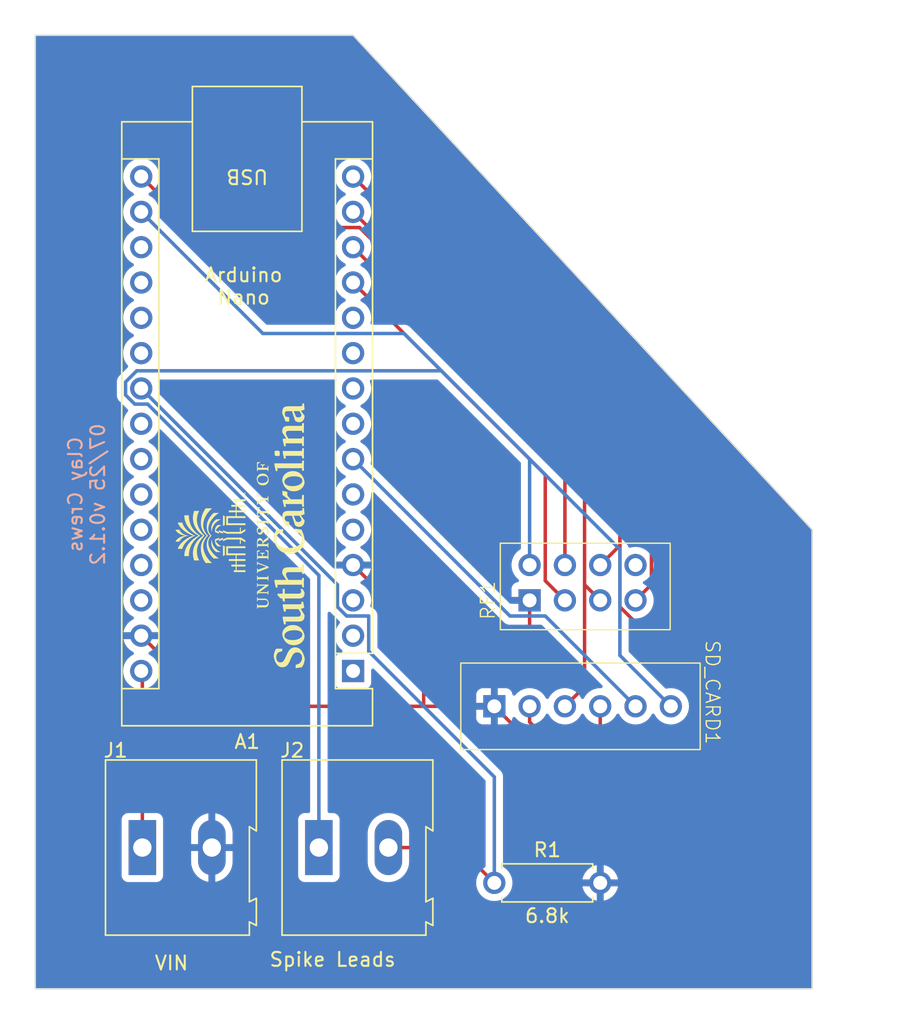
<source format=kicad_pcb>
(kicad_pcb (version 20221018) (generator pcbnew)
  (title_block (title "Sensor Spike") (date "2024-01-09") (rev "0"))
  (layers (0 "F.Cu" signal) (31 "B.Cu" signal) (34 "B.Paste" user) (35 "F.Paste" user) (36 "B.SilkS" user "B.Silkscreen") (37 "F.SilkS" user "F.Silkscreen") (38 "B.Mask" user) (39 "F.Mask" user) (44 "Edge.Cuts" user))
  (net 0 "")
  (net 6 "Net-(A1-D4)")
  (net 11 "Net-(A1-D9)")
  (net 12 "Net-(A1-D10)")
  (net 13 "Net-(A1-MISO)")
  (net 25 "GND")
  (net 26 "Net-(A1-3V3)")
  (net 27 "Net-(A1-A3)")
  (net 28 "Net-(A1-MOSI)")
  (net 29 "Net-(A1-SCK)")
  (net 30 "Net-(A1-VIN)")
  (footprint "spike_PCB:SD_Card_Module" (layer "F.Cu") (at 259.08 175.26 -90)
    (fp_text reference "SD_CARD1")
    (fp_text value "~")
  )
  (footprint "Module:Arduino_Nano" (layer "F.Cu") (at 236.22 172.72 180)
    (fp_text reference "A1")
    (fp_text value "Arduino_Nano_Every")
  )
  (footprint "TerminalBlock:TerminalBlock_Altech_AK300-2_P5.00mm" (layer "F.Cu") (at 221.06 185.42)
    (fp_text reference "J1")
    (fp_text value "Power_Input_Screw_Terminal")
  )
  (footprint "TerminalBlock:TerminalBlock_Altech_AK300-2_P5.00mm" (layer "F.Cu") (at 233.76 185.42)
    (fp_text reference "J2")
    (fp_text value "Sensing_Spike_Screw_Terminal")
  )
  (footprint "Resistor_THT:R_Axial_DIN0207_L6.3mm_D2.5mm_P7.62mm_Horizontal" (layer "F.Cu") (at 246.38 187.96)
    (fp_text reference "R1")
    (fp_text value "6.8k")
  )
  (footprint "spike_PCB:nRF24L01" (layer "F.Cu") (at 248.92 167.64 90)
    (fp_text reference "RF1")
    (fp_text value "~")
  )
  (gr_poly (pts (xy 231.120792 161.722989) (xy 231.120792 161.72299) (xy 231.120792 161.722989)) (fill solid) (layer "F.SilkS"))
  (gr_poly (pts (xy 229.353439 166.402993) (xy 229.368737 166.503111) (xy 230.134436 166.503111) (xy 230.134436 166.583227) (xy 229.523084 167.022646) (xy 229.430004 167.046194) (xy 230.070872 167.046194) (xy 230.086171 166.951949) (xy 230.133256 166.956659) (xy 230.129785 167.083871) (xy 230.133256 167.222883) (xy 230.086171 167.228778) (xy 230.070872 167.128639) (xy 229.374648 167.128639) (xy 229.353439 167.225264) (xy 229.306332 167.219391) (xy 229.309825 167.115674) (xy 229.306332 167.010847) (xy 229.845834 166.613866) (xy 229.929485 166.585608) (xy 229.368737 166.585608) (xy 229.353439 166.679853) (xy 229.306332 166.675144) (xy 229.309825 166.547878) (xy 229.306332 166.408866)) (fill solid) (layer "F.SilkS"))
  (gr_poly (pts (xy 230.512178 171.661856) (xy 230.514478 171.623213) (xy 230.51827 171.584331) (xy 230.523516 171.545339) (xy 230.530182 171.506364) (xy 230.538231 171.467537) (xy 230.54763 171.428984) (xy 230.558341 171.390835) (xy 230.57033 171.353219) (xy 230.58356 171.316265) (xy 230.597998 171.2801) (xy 230.613606 171.244854) (xy 230.63035 171.210655) (xy 230.648194 171.177632) (xy 230.667102 171.145913) (xy 230.687039 171.115628) (xy 231.123131 171.115628) (xy 231.123131 171.294307) (xy 230.84753 171.382116) (xy 230.831826 171.397179) (xy 230.816556 171.412879) (xy 230.801801 171.429289) (xy 230.78764 171.446479) (xy 230.774153 171.464521) (xy 230.76142 171.483485) (xy 230.749521 171.503443) (xy 230.738535 171.524465) (xy 230.728543 171.546623) (xy 230.723944 171.55815) (xy 230.719624 171.569987) (xy 230.715591 171.582144) (xy 230.711858 171.594629) (xy 230.708432 171.607451) (xy 230.705325 171.620619) (xy 230.702545 171.634143) (xy 230.700104 171.64803) (xy 230.698012 171.662289) (xy 230.696277 171.676931) (xy 230.69491 171.691962) (xy 230.693922 171.707394) (xy 230.693321 171.723233) (xy 230.693119 171.739489) (xy 230.693481 171.76078) (xy 230.694557 171.781497) (xy 230.696335 171.801633) (xy 230.698803 171.821181) (xy 230.701946 171.840135) (xy 230.705754 171.858488) (xy 230.710212 171.876233) (xy 230.715309 171.893364) (xy 230.721031 171.909874) (xy 230.727366 171.925757) (xy 230.734301 171.941005) (xy 230.741824 171.955612) (xy 230.74992 171.969572) (xy 230.758579 171.982877) (xy 230.767786 171.995521) (xy 230.77753 172.007498) (xy 230.787797 172.018801) (xy 230.798575 172.029422) (xy 230.809851 172.039356) (xy 230.821612 172.048596) (xy 230.833846 172.057135) (xy 230.84654 172.064966) (xy 230.85968 172.072083) (xy 230.873255 172.07848) (xy 230.887252 172.084148) (xy 230.901657 172.089083) (xy 230.916459 172.093276) (xy 230.931644 172.096722) (xy 230.947199 172.099414) (xy 230.963112 172.101345) (xy 230.979371 172.102509) (xy 230.995961 172.102898) (xy 231.009996 172.102589) (xy 231.023717 172.101669) (xy 231.03713 172.100148) (xy 231.050241 172.098036) (xy 231.063054 172.095342) (xy 231.075577 172.092078) (xy 231.087813 172.088252) (xy 231.099769 172.083875) (xy 231.11145 172.078957) (xy 231.122862 172.073508) (xy 231.13401 172.067537) (xy 231.144899 172.061055) (xy 231.155536 172.054072) (xy 231.165926 172.046598) (xy 231.176074 172.038642) (xy 231.185986 172.030215) (xy 231.205123 172.011987) (xy 231.223381 171.991994) (xy 231.240805 171.970315) (xy 231.257439 171.94703) (xy 231.273328 171.92222) (xy 231.288514 171.895964) (xy 231.303043 171.868341) (xy 231.316959 171.839433) (xy 231.48354 171.469964) (xy 231.508764 171.418482) (xy 231.534582 171.369715) (xy 231.561163 171.323752) (xy 231.588675 171.280683) (xy 231.617287 171.240594) (xy 231.647168 171.203576) (xy 231.678487 171.169717) (xy 231.711411 171.139105) (xy 231.728528 171.125044) (xy 231.74611 171.111829) (xy 231.764178 171.09947) (xy 231.782753 171.087979) (xy 231.801856 171.077365) (xy 231.821508 171.067642) (xy 231.841731 171.058818) (xy 231.862544 171.050907) (xy 231.88397 171.043918) (xy 231.90603 171.037863) (xy 231.928744 171.032753) (xy 231.952134 171.028599) (xy 231.97622 171.025412) (xy 232.001025 171.023203) (xy 232.026568 171.021984) (xy 232.052871 171.021765) (xy 232.081923 171.022442) (xy 232.110593 171.024487) (xy 232.138869 171.027918) (xy 232.166741 171.032754) (xy 232.194198 171.039014) (xy 232.22123 171.046717) (xy 232.247826 171.055881) (xy 232.273977 171.066526) (xy 232.29967 171.078671) (xy 232.324896 171.092333) (xy 232.349645 171.107533) (xy 232.373905 171.124288) (xy 232.397666 171.142619) (xy 232.420917 171.162543) (xy 232.443649 171.184079) (xy 232.46585 171.207247) (xy 232.48751 171.232065) (xy 232.508618 171.258552) (xy 232.529164 171.286727) (xy 232.549138 171.316609) (xy 232.568528 171.348217) (xy 232.587324 171.381569) (xy 232.605517 171.416684) (xy 232.623094 171.453582) (xy 232.640046 171.492281) (xy 232.656361 171.5328) (xy 232.672031 171.575157) (xy 232.687043 171.619372) (xy 232.701388 171.665464) (xy 232.715055 171.713451) (xy 232.728033 171.763352) (xy 232.740311 171.815187) (xy 232.739363 171.863883) (xy 232.736556 171.911201) (xy 232.731948 171.95718) (xy 232.725597 172.001859) (xy 232.71756 172.045278) (xy 232.707894 172.087478) (xy 232.696658 172.128498) (xy 232.683909 172.168377) (xy 232.669704 172.207157) (xy 232.654102 172.244876) (xy 232.637158 172.281575) (xy 232.618932 172.317293) (xy 232.59948 172.352071) (xy 232.578861 172.385947) (xy 232.557132 172.418962) (xy 232.534349 172.451156) (xy 232.08923 172.517777) (xy 232.08923 172.284592) (xy 232.355714 172.181612) (xy 232.375887 172.163313) (xy 232.395465 172.143661) (xy 232.414351 172.122722) (xy 232.432448 172.100563) (xy 232.449658 172.07725) (xy 232.465884 172.05285) (xy 232.481027 172.027429) (xy 232.494991 172.001054) (xy 232.507677 171.973792) (xy 232.518989 171.945708) (xy 232.528827 171.916871) (xy 232.537096 171.887345) (xy 232.543698 171.857198) (xy 232.548534 171.826496) (xy 232.551507 171.795305) (xy 232.552264 171.779548) (xy 232.55252 171.763693) (xy 232.552096 171.741817) (xy 232.550836 171.720483) (xy 232.548753 171.699701) (xy 232.545861 171.679481) (xy 232.542176 171.659833) (xy 232.537712 171.640768) (xy 232.532482 171.622295) (xy 232.526501 171.604423) (xy 232.519784 171.587164) (xy 232.512345 171.570527) (xy 232.504199 171.554522) (xy 232.495359 171.53916) (xy 232.485841 171.524449) (xy 232.475658 171.5104) (xy 232.464826 171.497023) (xy 232.453357 171.484328) (xy 232.441268 171.472326) (xy 232.428571 171.461025) (xy 232.415283 171.450436) (xy 232.401416 171.44057) (xy 232.386985 171.431435) (xy 232.372005 171.423042) (xy 232.356491 171.415401) (xy 232.340456 171.408522) (xy 232.323914 171.402415) (xy 232.306881 171.397089) (xy 232.289371 171.392556) (xy 232.271398 171.388824) (xy 232.252976 171.385905) (xy 232.23412 171.383807) (xy 232.214845 171.382541) (xy 232.195164 171.382117) (xy 232.1786 171.382452) (xy 232.162404 171.383454) (xy 232.146569 171.385111) (xy 232.131089 171.387417) (xy 232.11596 171.390361) (xy 232.101176 171.393936) (xy 232.086731 171.398131) (xy 232.07262 171.402939) (xy 232.058836 171.408351) (xy 232.045376 171.414356) (xy 232.032232 171.420948) (xy 232.0194 171.428116) (xy 232.006874 171.435852) (xy 231.994649 171.444147) (xy 231.982719 171.452992) (xy 231.971077 171.462378) (xy 231.948641 171.482739) (xy 231.927297 171.505158) (xy 231.906999 171.529565) (xy 231.887704 171.555888) (xy 231.869368 171.584057) (xy 231.851946 171.614) (xy 231.835393 171.645647) (xy 231.819667 171.678926) (xy 231.650064 172.045351) (xy 231.629711 172.088336) (xy 231.608315 172.129738) (xy 231.585756 172.169391) (xy 231.561915 172.207133) (xy 231.536672 172.242799) (xy 231.509907 172.276224) (xy 231.481501 172.307245) (xy 231.451333 172.335698) (xy 231.435551 172.34891) (xy 231.419284 172.361418) (xy 231.402517 172.373202) (xy 231.385235 172.384241) (xy 231.367423 172.394515) (xy 231.349065 172.404003) (xy 231.330148 172.412685) (xy 231.310656 172.420541) (xy 231.290573 172.427548) (xy 231.269886 172.433689) (xy 231.248579 172.43894) (xy 231.226637 172.443283) (xy 231.204045 172.446697) (xy 231.180789 172.44916) (xy 231.156852 172.450654) (xy 231.132221 172.451156) (xy 231.103557 172.450377) (xy 231.075479 172.448045) (xy 231.047989 172.444169) (xy 231.021087 172.438759) (xy 230.994776 172.431823) (xy 230.969055 172.423369) (xy 230.943927 172.413408) (xy 230.919392 172.401947) (xy 230.895451 172.388995) (xy 230.872106 172.374562) (xy 230.849357 172.358656) (xy 230.827206 172.341286) (xy 230.805653 172.322462) (xy 230.784701 172.302191) (xy 230.76435 172.280482) (xy 230.7446 172.257346) (xy 230.725454 172.23279) (xy 230.706913 172.206823) (xy 230.688976 172.179454) (xy 230.671646 172.150692) (xy 230.654924 172.120546) (xy 230.638811 172.089025) (xy 230.623307 172.056138) (xy 230.608415 172.021893) (xy 230.594134 171.9863) (xy 230.580467 171.949367) (xy 230.554977 171.871517) (xy 230.531952 171.788414) (xy 230.511403 171.70013)) (fill solid) (layer "F.SilkS"))
  (gr_poly (pts (xy 229.306919 163.402325) (xy 229.309136 163.375757) (xy 229.312984 163.350184) (xy 229.318463 163.325728) (xy 229.325572 163.302514) (xy 229.33431 163.280668) (xy 229.339291 163.270296) (xy 229.344678 163.260312) (xy 229.350474 163.250732) (xy 229.356676 163.241571) (xy 229.363286 163.232846) (xy 229.370303 163.22457) (xy 229.377727 163.216761) (xy 229.385558 163.209433) (xy 229.393796 163.202602) (xy 229.402442 163.196283) (xy 229.411494 163.190493) (xy 229.420954 163.185246) (xy 229.430821 163.180558) (xy 229.441094 163.176445) (xy 229.451774 163.172922) (xy 229.462862 163.170005) (xy 229.474356 163.167709) (xy 229.486257 163.16605) (xy 229.498565 163.165043) (xy 229.511279 163.164704) (xy 229.523349 163.165056) (xy 229.535045 163.166098) (xy 229.546371 163.167809) (xy 229.557333 163.170168) (xy 229.567937 163.173155) (xy 229.578186 163.176748) (xy 229.588088 163.180927) (xy 229.597645 163.18567) (xy 229.606865 163.190956) (xy 229.615751 163.196766) (xy 229.62431 163.203077) (xy 229.632546 163.209869) (xy 229.640464 163.217121) (xy 229.64807 163.224811) (xy 229.655369 163.23292) (xy 229.662366 163.241427) (xy 229.669065 163.250309) (xy 229.675474 163.259547) (xy 229.681595 163.269119) (xy 229.687436 163.279004) (xy 229.698293 163.299633) (xy 229.708087 163.321264) (xy 229.716858 163.34373) (xy 229.724649 163.366865) (xy 229.731501 163.390501) (xy 229.737455 163.41447) (xy 229.790478 163.313135) (xy 230.069655 163.122317) (xy 230.087325 163.062203) (xy 230.133256 163.066913) (xy 230.129785 163.177668) (xy 230.133256 163.265986) (xy 229.768089 163.506333) (xy 229.75513 163.520462) (xy 229.75513 163.591159) (xy 229.755129 163.59116) (xy 230.070872 163.59116) (xy 230.086171 163.495751) (xy 230.133256 163.501624) (xy 230.129785 163.665348) (xy 230.133256 163.833834) (xy 230.086171 163.839708) (xy 230.070872 163.73959) (xy 229.695063 163.73959) (xy 229.695063 163.59116) (xy 229.695063 163.511043) (xy 229.694857 163.500981) (xy 229.694244 163.49112) (xy 229.693229 163.481468) (xy 229.691821 163.472032) (xy 229.690025 163.46282) (xy 229.687848 163.45384) (xy 229.685297 163.4451) (xy 229.682379 163.436608) (xy 229.6791 163.428371) (xy 229.675468 163.420397) (xy 229.671488 163.412694) (xy 229.667167 163.40527) (xy 229.662512 163.398132) (xy 229.657531 163.391288) (xy 229.652229 163.384746) (xy 229.646613 163.378514) (xy 229.64069 163.372599) (xy 229.634466 163.36701) (xy 229.627949 163.361754) (xy 229.621145 163.356838) (xy 229.614061 163.352271) (xy 229.606703 163.348061) (xy 229.599078 163.344214) (xy 229.591193 163.34074) (xy 229.583055 163.337645) (xy 229.574669 163.334938) (xy 229.566044 163.332625) (xy 229.557185 163.330716) (xy 229.548099 163.329218) (xy 229.538794 163.328138) (xy 229.529275 163.327484) (xy 229.519549 163.327264) (xy 229.509767 163.327467) (xy 229.500294 163.328067) (xy 229.491132 163.329057) (xy 229.48228 163.330427) (xy 229.473737 163.332168) (xy 229.465503 163.334271) (xy 229.457579 163.336727) (xy 229.449964 163.339527) (xy 229.442657 163.342662) (xy 229.435659 163.346122) (xy 229.428969 163.349899) (xy 229.422587 163.353984) (xy 229.416513 163.358367) (xy 229.410747 163.363039) (xy 229.405288 163.367992) (xy 229.400136 163.373216) (xy 229.395291 163.378702) (xy 229.390753 163.384441) (xy 229.386521 163.390424) (xy 229.382596 163.396642) (xy 229.378977 163.403086) (xy 229.375664 163.409747) (xy 229.372656 163.416615) (xy 229.369954 163.423682) (xy 229.367557 163.430939) (xy 229.365465 163.438376) (xy 229.363678 163.445984) (xy 229.362196 163.453755) (xy 229.361018 163.461679) (xy 229.360144 163.469747) (xy 229.359307 163.486279) (xy 229.367558 163.59116) (xy 229.695063 163.59116) (xy 229.695063 163.73959) (xy 229.368737 163.73959) (xy 229.353439 163.839708) (xy 229.306333 163.833834) (xy 229.309825 163.665348) (xy 229.306333 163.429763)) (fill solid) (layer "F.SilkS"))
  (gr_poly (pts (xy 231.122207 155.484982) (xy 231.126577 155.424812) (xy 231.129928 155.397031) (xy 231.134087 155.370738) (xy 231.139079 155.345895) (xy 231.144925 155.322469) (xy 231.15165 155.300422) (xy 231.159276 155.279719) (xy 231.167827 155.260323) (xy 231.177327 155.242198) (xy 231.187798 155.225309) (xy 231.199264 155.209619) (xy 231.211747 155.195092) (xy 231.225272 155.181693) (xy 231.239862 155.169385) (xy 231.25554 155.158132) (xy 231.272328 155.147899) (xy 231.290251 155.138648) (xy 231.309332 155.130345) (xy 231.329594 155.122953) (xy 231.35106 155.116435) (xy 231.373754 155.110757) (xy 231.397699 155.105882) (xy 231.422918 155.101774) (xy 231.477271 155.095714) (xy 231.537 155.092289) (xy 231.602291 155.091212) (xy 232.534349 155.091212) (xy 232.567691 154.882245) (xy 232.688821 154.89738) (xy 232.679726 155.257743) (xy 232.688821 155.569686) (xy 232.567691 155.584873) (xy 232.534349 155.445544) (xy 231.599275 155.445544) (xy 231.573503 155.446287) (xy 231.549556 155.448507) (xy 231.538259 155.450167) (xy 231.527411 155.452192) (xy 231.517008 155.454579) (xy 231.507047 155.457327) (xy 231.497525 155.460434) (xy 231.48844 155.463899) (xy 231.479788 155.46772) (xy 231.471568 155.471895) (xy 231.463776 155.476422) (xy 231.45641 155.481301) (xy 231.449466 155.486528) (xy 231.442942 155.492104) (xy 231.436835 155.498025) (xy 231.431142 155.50429) (xy 231.425861 155.510898) (xy 231.420988 155.517846) (xy 231.416522 155.525134) (xy 231.412458 155.53276) (xy 231.408795 155.540721) (xy 231.405529 155.549016) (xy 231.402658 155.557644) (xy 231.400179 155.566602) (xy 231.398088 155.57589) (xy 231.396385 155.585505) (xy 231.395064 155.595446) (xy 231.394125 155.605711) (xy 231.393376 155.627206) (xy 231.394105 155.645914) (xy 231.396231 155.664555) (xy 231.399659 155.683135) (xy 231.404298 155.701657) (xy 231.410055 155.720125) (xy 231.416835 155.738545) (xy 231.424547 155.75692) (xy 231.433097 155.775254) (xy 231.442393 155.793553) (xy 231.452341 155.81182) (xy 231.462848 155.830059) (xy 231.473821 155.848276) (xy 231.496795 155.884658) (xy 231.520519 155.921) (xy 231.575028 155.999739) (xy 232.534349 155.999739) (xy 232.567691 155.851308) (xy 232.688821 155.866495) (xy 232.679726 156.169283) (xy 232.688821 156.529696) (xy 232.567691 156.544831) (xy 232.534349 156.347981) (xy 231.36913 156.347981) (xy 231.384259 156.547848) (xy 231.260074 156.562983) (xy 231.169263 156.169283) (xy 231.160172 156.014872) (xy 231.411527 156.005771) (xy 231.120792 155.551534)) (fill solid) (layer "F.SilkS"))
  (gr_poly (pts (xy 224.698893 161.666277) (xy 224.701612 161.622536) (xy 224.705837 161.57864) (xy 224.711317 161.535058) (xy 224.717801 161.492261) (xy 224.725038 161.450718) (xy 224.732777 161.4109) (xy 224.740767 161.373277) (xy 224.756495 161.306497) (xy 224.770216 161.25414) (xy 224.783603 161.20774) (xy 225.150474 161.208799) (xy 225.124677 161.254776) (xy 225.098235 161.309913) (xy 225.083321 161.344838) (xy 225.067924 161.384409) (xy 225.052526 161.42843) (xy 225.037613 161.476707) (xy 225.023666 161.529045) (xy 225.011171 161.585251) (xy 225.00061 161.645129) (xy 224.992468 161.708486) (xy 224.987228 161.775126) (xy 224.985374 161.844856) (xy 224.986969 161.906936) (xy 224.99162 161.96784) (xy 224.999123 162.027516) (xy 225.009273 162.08591) (xy 225.021868 162.142972) (xy 225.036703 162.198648) (xy 225.053576 162.252888) (xy 225.072281 162.305638) (xy 225.092616 162.356848) (xy 225.114377 162.406463) (xy 225.13736 162.454434) (xy 225.161361 162.500707) (xy 225.186177 162.54523) (xy 225.211604 162.587952) (xy 225.237439 162.62882) (xy 225.263477 162.667783) (xy 225.31535 162.739782) (xy 225.365593 162.803533) (xy 225.412578 162.858619) (xy 225.454673 162.904624) (xy 225.490251 162.941131) (xy 225.517681 162.967723) (xy 225.541581 162.989497) (xy 225.454673 163.074369) (xy 225.412578 163.120374) (xy 225.365593 163.17546) (xy 225.31535 163.239211) (xy 225.263477 163.31121) (xy 225.211604 163.39104) (xy 225.161361 163.478286) (xy 225.114377 163.572529) (xy 225.072281 163.673354) (xy 225.036703 163.780344) (xy 225.021868 163.836021) (xy 225.009273 163.893082) (xy 224.999123 163.951477) (xy 224.99162 164.011152) (xy 224.986969 164.072056) (xy 224.985374 164.134137) (xy 224.985374 164.134138) (xy 224.985847 164.169381) (xy 224.987228 164.203876) (xy 224.989455 164.237598) (xy 224.992468 164.270523) (xy 224.996207 164.302626) (xy 225.00061 164.333884) (xy 225.005618 164.364272) (xy 225.011171 164.393765) (xy 225.017207 164.42234) (xy 225.023666 164.449972) (xy 225.030488 164.476637) (xy 225.037613 164.502311) (xy 225.052526 164.550587) (xy 225.067924 164.594606) (xy 225.083321 164.634173) (xy 225.098235 164.669096) (xy 225.112182 164.699178) (xy 225.124677 164.724227) (xy 225.14338 164.758445) (xy 225.150474 164.770197) (xy 224.783603 164.771307) (xy 224.770216 164.724899) (xy 224.756495 164.672534) (xy 224.740767 164.605744) (xy 224.725038 164.528294) (xy 224.711317 164.443945) (xy 224.705837 164.400359) (xy 224.701612 164.356461) (xy 224.698893 164.312719) (xy 224.697931 164.269604) (xy 224.700061 164.189792) (xy 224.706271 164.112615) (xy 224.716289 164.038064) (xy 224.729843 163.966135) (xy 224.74666 163.896821) (xy 224.76647 163.830114) (xy 224.788999 163.766008) (xy 224.813975 163.704497) (xy 224.841128 163.645574) (xy 224.870184 163.589233) (xy 224.900873 163.535466) (xy 224.932921 163.484268) (xy 224.966057 163.435631) (xy 225.000009 163.38955) (xy 225.034505 163.346017) (xy 225.069273 163.305026) (xy 225.104041 163.26657) (xy 225.138538 163.230643) (xy 225.205626 163.16635) (xy 225.268362 163.112092) (xy 225.324572 163.067817) (xy 225.372077 163.033473) (xy 225.408704 163.009007) (xy 225.440616 162.989497) (xy 225.408704 162.969987) (xy 225.324572 162.911177) (xy 225.268362 162.866903) (xy 225.205626 162.812645) (xy 225.138538 162.748351) (xy 225.069273 162.673968) (xy 225.000009 162.589445) (xy 224.932921 162.494727) (xy 224.870184 162.389762) (xy 224.841128 162.33342) (xy 224.813975 162.274498) (xy 224.788999 162.212987) (xy 224.76647 162.148881) (xy 224.74666 162.082174) (xy 224.729843 162.012859) (xy 224.716289 161.94093) (xy 224.706271 161.86638) (xy 224.700061 161.789203) (xy 224.697931 161.709391)) (fill solid) (layer "F.SilkS"))
  (gr_poly (pts (xy 228.380804 160.094848) (xy 228.380804 160.105961) (xy 228.351145 160.117074) (xy 228.35042 160.144167) (xy 228.467932 160.144167) (xy 228.470514 160.120832) (xy 228.481266 160.12189) (xy 228.480542 160.161154) (xy 228.481266 160.201213) (xy 228.470514 160.202377) (xy 228.467932 160.178246) (xy 228.35042 160.178246) (xy 228.351145 160.205657) (xy 228.380804 160.216399) (xy 228.380804 160.227881) (xy 228.337809 160.227881) (xy 228.338598 160.160094) (xy 228.337809 160.094848)) (fill solid) (layer "F.SilkS"))
  (gr_poly (pts (xy 231.121802 170.055958) (xy 231.124802 170.019814) (xy 231.129741 169.984405) (xy 231.136569 169.949762) (xy 231.145237 169.915915) (xy 231.155694 169.882895) (xy 231.167892 169.850731) (xy 231.181779 169.819456) (xy 231.197307 169.789099) (xy 231.214426 169.75969) (xy 231.233085 169.731261) (xy 231.253236 169.703842) (xy 231.274827 169.677462) (xy 231.29781 169.652154) (xy 231.322135 169.627947) (xy 231.347752 169.604871) (xy 231.37461 169.582958) (xy 231.402661 169.562237) (xy 231.431855 169.542739) (xy 231.462141 169.524496) (xy 231.493471 169.507536) (xy 231.525793 169.491892) (xy 231.559059 169.477592) (xy 231.593219 169.464668) (xy 231.628222 169.453151) (xy 231.66402 169.44307) (xy 231.700562 169.434456) (xy 231.737798 169.42734) (xy 231.775679 169.421752) (xy 231.814155 169.417724) (xy 231.853176 169.415284) (xy 231.892692 169.414464) (xy 231.936433 169.415373) (xy 231.979068 169.418079) (xy 232.020596 169.422554) (xy 232.061013 169.428766) (xy 232.100317 169.436687) (xy 232.138506 169.446285) (xy 232.175577 169.457532) (xy 232.211526 169.470396) (xy 232.246353 169.484849) (xy 232.280053 169.50086) (xy 232.312624 169.518399) (xy 232.344064 169.537436) (xy 232.37437 169.557942) (xy 232.403539 169.579886) (xy 232.431569 169.603238) (xy 232.458458 169.627969) (xy 232.484201 169.654048) (xy 232.508797 169.681446) (xy 232.532244 169.710133) (xy 232.554538 169.740078) (xy 232.575677 169.771252) (xy 232.595658 169.803625) (xy 232.614479 169.837166) (xy 232.632137 169.871846) (xy 232.663953 169.944504) (xy 232.691086 170.021357) (xy 232.713514 170.102166) (xy 232.731216 170.186692) (xy 232.730205 170.223542) (xy 232.727206 170.259687) (xy 232.722269 170.295096) (xy 232.715444 170.32974) (xy 232.706782 170.363588) (xy 232.696333 170.396609) (xy 232.684147 170.428774) (xy 232.670275 170.46005) (xy 232.654767 170.490408) (xy 232.637674 170.519818) (xy 232.619045 170.548248) (xy 232.598931 170.575669) (xy 232.577382 170.602049) (xy 232.55445 170.627359) (xy 232.530183 170.651567) (xy 232.504633 170.674644) (xy 232.477849 170.696558) (xy 232.449883 170.71728) (xy 232.420784 170.736779) (xy 232.390602 170.755023) (xy 232.359389 170.771984) (xy 232.327194 170.78763) (xy 232.294068 170.80193) (xy 232.260061 170.814855) (xy 232.225223 170.826373) (xy 232.189605 170.836454) (xy 232.153257 170.845069) (xy 232.11623 170.852185) (xy 232.078573 170.857773) (xy 232.040337 170.861802) (xy 232.001573 170.864242) (xy 231.962331 170.865062) (xy 231.91806 170.864154) (xy 231.87496 170.861447) (xy 231.86543 170.86043) (xy 231.86543 170.495593) (xy 231.938232 170.4937) (xy 232.008773 170.488116) (xy 232.076717 170.478983) (xy 232.141727 170.466443) (xy 232.203467 170.450638) (xy 232.261603 170.43171) (xy 232.315796 170.409801) (xy 232.365712 170.385053) (xy 232.411013 170.357608) (xy 232.451365 170.327608) (xy 232.486431 170.295195) (xy 232.501877 170.278127) (xy 232.515875 170.26051) (xy 232.528384 170.242361) (xy 232.539361 170.223697) (xy 232.548765 170.204537) (xy 232.556553 170.184897) (xy 232.562683 170.164796) (xy 232.567114 170.144252) (xy 232.569804 170.123282) (xy 232.570709 170.101904) (xy 232.569979 170.083149) (xy 232.567809 170.064929) (xy 232.56423 170.04725) (xy 232.559273 170.030115) (xy 232.552968 170.013528) (xy 232.545348 169.997492) (xy 232.536442 169.982012) (xy 232.526282 169.967091) (xy 232.514898 169.952734) (xy 232.502323 169.938944) (xy 232.488585 169.925726) (xy 232.473717 169.913082) (xy 232.457749 169.901017) (xy 232.440713 169.889535) (xy 232.422638 169.87864) (xy 232.403557 169.868335) (xy 232.3835 169.858625) (xy 232.362498 169.849513) (xy 232.340582 169.841003) (xy 232.317782 169.833099) (xy 232.29413 169.825806) (xy 232.269658 169.819126) (xy 232.244394 169.813064) (xy 232.218371 169.807623) (xy 232.19162 169.802808) (xy 232.164171 169.798623) (xy 232.136056 169.79507) (xy 232.107305 169.792155) (xy 232.077949 169.789881) (xy 232.048019 169.788252) (xy 232.017546 169.787272) (xy 231.986561 169.786944) (xy 231.909273 169.788903) (xy 231.835402 169.794668) (xy 231.765166 169.804071) (xy 231.698781 169.816943) (xy 231.636464 169.833115) (xy 231.57843 169.852419) (xy 231.524896 169.874687) (xy 231.476079 169.899749) (xy 231.432194 169.927438) (xy 231.393459 169.957584) (xy 231.360089 169.99002) (xy 231.345484 170.007044) (xy 231.332302 170.024576) (xy 231.320569 170.042597) (xy 231.310312 170.061085) (xy 231.30156 170.080019) (xy 231.294338 170.099377) (xy 231.288674 170.11914) (xy 231.284594 170.139285) (xy 231.282127 170.159791) (xy 231.281298 170.180639) (xy 231.282029 170.199661) (xy 231.284199 170.218114) (xy 231.287778 170.235994) (xy 231.292735 170.253299) (xy 231.29904 170.270028) (xy 231.30666 170.286178) (xy 231.315566 170.301746) (xy 231.325726 170.316732) (xy 231.337109 170.331131) (xy 231.349685 170.344943) (xy 231.363423 170.358164) (xy 231.378291 170.370794) (xy 231.394258 170.382828) (xy 231.411294 170.394267) (xy 231.429369 170.405106) (xy 231.448449 170.415344) (xy 231.468506 170.424979) (xy 231.489508 170.434008) (xy 231.511424 170.442429) (xy 231.534223 170.45024) (xy 231.557874 170.45744) (xy 231.582346 170.464025) (xy 231.607608 170.469993) (xy 231.63363 170.475342) (xy 231.66038 170.48007) (xy 231.687828 170.484175) (xy 231.715943 170.487655) (xy 231.744692 170.490507) (xy 231.774047 170.492729) (xy 231.803975 170.494319) (xy 231.834446 170.495274) (xy 231.86543 170.495593) (xy 231.86543 170.86043) (xy 231.833032 170.856973) (xy 231.792272 170.85076) (xy 231.752681 170.84284) (xy 231.714256 170.833242) (xy 231.676998 170.821996) (xy 231.640903 170.809132) (xy 231.605972 170.79468) (xy 231.572203 170.778669) (xy 231.539595 170.76113) (xy 231.508146 170.742093) (xy 231.477855 170.721587) (xy 231.448722 170.699643) (xy 231.420744 170.676291) (xy 231.393922 170.65156) (xy 231.368252 170.62548) (xy 231.343735 170.598081) (xy 231.320369 170.569394) (xy 231.298152 170.539448) (xy 231.277084 170.508273) (xy 231.257164 170.4759) (xy 231.238389 170.442357) (xy 231.220759 170.407675) (xy 231.18893 170.335014) (xy 231.161665 170.258156) (xy 231.138955 170.177341) (xy 231.120791 170.092807)) (fill solid) (layer "F.SilkS"))
  (gr_poly (pts (xy 229.527794 157.691588) (xy 229.527794 157.739847) (xy 229.371113 157.808162) (xy 229.367557 158.10386) (xy 229.687972 158.10386) (xy 229.683258 157.951883) (xy 229.559586 157.904788) (xy 229.559586 157.85531) (xy 229.712732 157.867058) (xy 229.875287 157.85531) (xy 229.875287 157.904788) (xy 229.750414 157.951883) (xy 229.745704 158.10386) (xy 230.070872 158.10386) (xy 230.086171 157.962521) (xy 230.133256 157.968395) (xy 230.129784 158.183976) (xy 230.133256 158.346536) (xy 230.086171 158.352411) (xy 230.070872 158.252293) (xy 229.368737 158.252293) (xy 229.353439 158.352411) (xy 229.306332 158.346536) (xy 229.309825 158.183976) (xy 229.306332 157.703335)) (fill solid) (layer "F.SilkS"))
  (gr_poly (pts (xy 232.534349 156.895247) (xy 232.567691 156.689295) (xy 232.688821 156.704483) (xy 232.679726 157.064844) (xy 232.688821 157.425205) (xy 232.567692 157.440393) (xy 232.534349 157.243543) (xy 231.366113 157.243543) (xy 231.378247 157.440393) (xy 231.257052 157.455527) (xy 231.169263 157.061828) (xy 231.157151 156.895247)) (fill solid) (layer "F.SilkS"))
  (gr_poly (pts (xy 229.353439 164.838828) (xy 229.367557 164.922489) (xy 230.122673 165.209932) (xy 230.150951 165.30296) (xy 229.367557 165.60104) (xy 229.353439 165.687029) (xy 229.306332 165.681103) (xy 229.309825 165.49854) (xy 229.306332 165.348945) (xy 229.353439 165.343071) (xy 229.368737 165.437263) (xy 229.930643 165.23581) (xy 230.001335 165.232317) (xy 229.368737 165.008479) (xy 229.353439 165.106269) (xy 229.306332 165.100343) (xy 229.309825 164.967256) (xy 229.306332 164.844754)) (fill solid) (layer "F.SilkS"))
  (gr_poly (pts (xy 229.353439 165.86827) (xy 229.368737 165.968388) (xy 230.069655 165.968388) (xy 230.084949 165.86827) (xy 230.133256 165.874144) (xy 230.129785 166.04263) (xy 230.133256 166.211063) (xy 230.084949 166.216937) (xy 230.069655 166.116818) (xy 229.368737 166.116818) (xy 229.353439 166.216937) (xy 229.306332 166.211063) (xy 229.309825 166.04263) (xy 229.306332 165.874144)) (fill solid) (layer "F.SilkS"))
  (gr_poly (pts (xy 232.534349 157.785621) (xy 232.567691 157.576653) (xy 232.688821 157.591841) (xy 232.679726 157.952203) (xy 232.688821 158.312565) (xy 232.567691 158.327699) (xy 232.534349 158.133918) (xy 230.77859 158.133918) (xy 230.78467 158.330714) (xy 230.66048 158.345849) (xy 230.569612 157.952203) (xy 230.557499 157.785621)) (fill solid) (layer "F.SilkS"))
  (gr_poly (pts (xy 227.772447 161.583447) (xy 227.772447 161.30717) (xy 227.279576 161.30717) (xy 227.279576 161.171438) (xy 227.772447 161.171438) (xy 227.772447 160.907279) (xy 227.46324 160.907279) (xy 227.46324 160.771495) (xy 227.772447 160.771495) (xy 227.772447 160.507335) (xy 227.643548 160.507335) (xy 227.643548 160.371606) (xy 228.478393 160.371606) (xy 228.478393 160.507337) (xy 227.843102 160.507337) (xy 227.843102 160.771496) (xy 228.478393 160.771496) (xy 228.478393 160.90728) (xy 227.843102 160.90728) (xy 227.843102 161.171441) (xy 228.478393 161.171441) (xy 228.478393 161.307171) (xy 227.843102 161.307171) (xy 227.843102 161.583449) (xy 228.478393 161.583449) (xy 228.478393 161.719179) (xy 227.223855 161.719179) (xy 227.223855 162.0951) (xy 228.478393 162.0951) (xy 228.478393 162.230832) (xy 227.088124 162.230832) (xy 227.088124 161.583447)) (fill solid) (layer "F.SilkS"))
  (gr_poly (pts (xy 226.020389 162.415036) (xy 226.023141 162.377769) (xy 226.027727 162.339976) (xy 226.034412 162.30168) (xy 226.04346 162.262899) (xy 226.055136 162.223654) (xy 226.069704 162.183967) (xy 226.08743 162.143856) (xy 226.108577 162.103344) (xy 226.133411 162.062449) (xy 226.162196 162.021192) (xy 226.195196 161.979594) (xy 226.232677 161.937675) (xy 226.274903 161.895456) (xy 226.322138 161.852956) (xy 226.374648 161.810197) (xy 226.73009 161.810197) (xy 226.70149 161.820731) (xy 226.626092 161.854453) (xy 226.575718 161.881004) (xy 226.519494 161.914544) (xy 226.459371 161.955471) (xy 226.397297 162.004184) (xy 226.335223 162.061078) (xy 226.304796 162.092718) (xy 226.275099 162.126553) (xy 226.246378 162.162632) (xy 226.218876 162.201006) (xy 226.192835 162.241723) (xy 226.168502 162.284833) (xy 226.146118 162.330387) (xy 226.125927 162.378433) (xy 226.108175 162.429023) (xy 226.093103 162.482204) (xy 226.080957 162.538027) (xy 226.071979 162.596542) (xy 226.066413 162.657799) (xy 226.064504 162.721846) (xy 226.057136 162.701322) (xy 226.049627 162.677033) (xy 226.041081 162.644607) (xy 226.032632 162.604956) (xy 226.028798 162.582706) (xy 226.025414 162.55899) (xy 226.022621 162.533924) (xy 226.02056 162.507621) (xy 226.019375 162.480194) (xy 226.019207 162.451759)) (fill solid) (layer "F.SilkS"))
  (gr_poly (pts (xy 225.691147 162.287919) (xy 225.695379 162.235106) (xy 225.702205 162.183352) (xy 225.71144 162.132702) (xy 225.722898 162.083202) (xy 225.736396 162.034897) (xy 225.751746 161.987834) (xy 225.768765 161.942057) (xy 225.787266 161.897613) (xy 225.807064 161.854546) (xy 225.827974 161.812904) (xy 225.84981 161.77273) (xy 225.872388 161.734072) (xy 225.895522 161.696974) (xy 225.919027 161.661482) (xy 225.942716 161.627642) (xy 225.989911 161.5651) (xy 226.035622 161.509712) (xy 226.078369 161.461845) (xy 226.116668 161.421862) (xy 226.149037 161.390128) (xy 226.173993 161.36701) (xy 226.195737 161.348077) (xy 226.573192 161.348077) (xy 226.573192 161.348078) (xy 226.540193 161.369734) (xy 226.453195 161.432702) (xy 226.395071 161.47874) (xy 226.330198 161.533983) (xy 226.260825 161.598054) (xy 226.189202 161.670578) (xy 226.117579 161.751182) (xy 226.048206 161.839489) (xy 225.983333 161.935126) (xy 225.953287 161.985576) (xy 225.925209 162.037717) (xy 225.899382 162.091503) (xy 225.876085 162.146888) (xy 225.855602 162.203823) (xy 225.838212 162.262263) (xy 225.824196 162.32216) (xy 225.813837 162.383467) (xy 225.807415 162.446139) (xy 225.805212 162.510127) (xy 225.805881 162.534422) (xy 225.807831 162.558441) (xy 225.810977 162.582151) (xy 225.815233 162.60552) (xy 225.820514 162.628514) (xy 225.826734 162.651103) (xy 225.833808 162.673252) (xy 225.84165 162.694931) (xy 225.850176 162.716106) (xy 225.8593 162.736745) (xy 225.868936 162.756815) (xy 225.878999 162.776285) (xy 225.889404 162.795121) (xy 225.900065 162.813291) (xy 225.921814 162.847504) (xy 225.943563 162.878664) (xy 225.964629 162.906512) (xy 225.984328 162.930787) (xy 226.001978 162.951232) (xy 226.016895 162.967584) (xy 226.028395 162.979586) (xy 226.038416 162.989499) (xy 226.001978 163.027767) (xy 225.964629 163.072487) (xy 225.943563 163.100334) (xy 225.921814 163.131495) (xy 225.900065 163.165707) (xy 225.878999 163.202714) (xy 225.8593 163.242253) (xy 225.84165 163.284067) (xy 225.826734 163.327896) (xy 225.820514 163.350484) (xy 225.815233 163.373479) (xy 225.810977 163.396847) (xy 225.807831 163.420557) (xy 225.805881 163.444576) (xy 225.805212 163.468871) (xy 225.807415 163.53286) (xy 225.813837 163.595531) (xy 225.824196 163.656839) (xy 225.838212 163.716736) (xy 225.855602 163.775175) (xy 225.876085 163.832111) (xy 225.899382 163.887495) (xy 225.925209 163.941281) (xy 225.953287 163.993423) (xy 225.983333 164.043872) (xy 226.015066 164.092583) (xy 226.048206 164.139509) (xy 226.082471 164.184602) (xy 226.117579 164.227817) (xy 226.189202 164.30842) (xy 226.260825 164.380945) (xy 226.330198 164.445016) (xy 226.395071 164.500258) (xy 226.453195 164.546297) (xy 226.540193 164.609265) (xy 226.573192 164.63092) (xy 226.195737 164.63092) (xy 226.116668 164.557136) (xy 226.078369 164.517153) (xy 226.035622 164.469285) (xy 225.989911 164.413897) (xy 225.942716 164.351355) (xy 225.895522 164.282023) (xy 225.84981 164.206267) (xy 225.807064 164.124451) (xy 225.768765 164.03694) (xy 225.751746 163.991163) (xy 225.736396 163.9441) (xy 225.722898 163.895795) (xy 225.71144 163.846295) (xy 225.702205 163.795645) (xy 225.695379 163.743891) (xy 225.691147 163.691078) (xy 225.689696 163.637252) (xy 225.690443 163.596374) (xy 225.692621 163.556891) (xy 225.696135 163.518798) (xy 225.700889 163.482087) (xy 225.706788 163.446752) (xy 225.713737 163.412787) (xy 225.721639 163.380185) (xy 225.7304 163.348941) (xy 225.739924 163.319046) (xy 225.750116 163.290496) (xy 225.760881 163.263284) (xy 225.772122 163.237403) (xy 225.783745 163.212847) (xy 225.795654 163.189609) (xy 225.807754 163.167684) (xy 225.81995 163.147064) (xy 225.832145 163.127744) (xy 225.844245 163.109716) (xy 225.856155 163.092975) (xy 225.867778 163.077514) (xy 225.889783 163.050407) (xy 225.9095 163.028343) (xy 225.926163 163.011272) (xy 225.93901 162.999141) (xy 225.950204 162.989498) (xy 225.93901 162.979855) (xy 225.9095 162.950653) (xy 225.889783 162.92859) (xy 225.867778 162.901482) (xy 225.844245 162.869281) (xy 225.81995 162.831933) (xy 225.795654 162.789387) (xy 225.772122 162.741594) (xy 225.750116 162.688501) (xy 225.7304 162.630056) (xy 225.713737 162.56621) (xy 225.700889 162.49691) (xy 225.696135 162.460199) (xy 225.692621 162.422106) (xy 225.690443 162.382623) (xy 225.689696 162.341746)) (fill solid) (layer "F.SilkS"))
  (gr_poly (pts (xy 232.286013 167.92343) (xy 232.286013 167.923431) (xy 232.308433 167.923255) (xy 232.329189 167.922733) (xy 232.348392 167.921875) (xy 232.366152 167.920688) (xy 232.382581 167.919183) (xy 232.397788 167.917366) (xy 232.411886 167.915249) (xy 232.424984 167.912838) (xy 232.437194 167.910144) (xy 232.448627 167.907174) (xy 232.459393 167.903939) (xy 232.469604 167.900446) (xy 232.47937 167.896704) (xy 232.488801 167.892723) (xy 232.507106 167.884077) (xy 232.507106 167.744779) (xy 232.628235 167.732666) (xy 232.71005 168.168753) (xy 232.455615 168.256557) (xy 232.731216 168.689627) (xy 232.729701 168.758343) (xy 232.725058 168.820473) (xy 232.721517 168.849161) (xy 232.71714 168.876314) (xy 232.711907 168.901968) (xy 232.705801 168.926162) (xy 232.698804 168.948932) (xy 232.690896 168.970316) (xy 232.682061 168.99035) (xy 232.672278 169.009071) (xy 232.661531 169.026518) (xy 232.649801 169.042726) (xy 232.63707 169.057733) (xy 232.623318 169.071577) (xy 232.608529 169.084294) (xy 232.592684 169.095921) (xy 232.575765 169.106496) (xy 232.557752 169.116055) (xy 232.538629 169.124637) (xy 232.518376 169.132277) (xy 232.496976 169.139014) (xy 232.474409 169.144883) (xy 232.450659 169.149923) (xy 232.425706 169.154171) (xy 232.372121 169.160437) (xy 232.313506 169.163979) (xy 232.249716 169.165094) (xy 231.36913 169.165094) (xy 231.384259 169.358922) (xy 231.25102 169.37403) (xy 231.169263 168.99549) (xy 231.157151 168.813796) (xy 232.243638 168.813796) (xy 232.269973 168.813082) (xy 232.29448 168.810921) (xy 232.306054 168.809291) (xy 232.317177 168.807288) (xy 232.327852 168.804911) (xy 232.338082 168.802156) (xy 232.347868 168.799019) (xy 232.357212 168.795497) (xy 232.366118 168.791588) (xy 232.374586 168.787286) (xy 232.38262 168.78259) (xy 232.390221 168.777496) (xy 232.397392 168.772) (xy 232.404135 168.766099) (xy 232.410452 168.759791) (xy 232.416346 168.75307) (xy 232.421818 168.745935) (xy 232.426871 168.738382) (xy 232.431506 168.730407) (xy 232.435728 168.722007) (xy 232.439536 168.71318) (xy 232.442934 168.70392) (xy 232.445925 168.694226) (xy 232.448509 168.684094) (xy 232.450689 168.673521) (xy 232.452469 168.662502) (xy 232.453848 168.651036) (xy 232.454831 168.639118) (xy 232.455615 168.613914) (xy 232.454919 168.598342) (xy 232.452884 168.582309) (xy 232.44959 168.565849) (xy 232.445117 168.548999) (xy 232.439544 168.531795) (xy 232.432951 168.51427) (xy 232.425417 168.496462) (xy 232.417023 168.478405) (xy 232.407848 168.460135) (xy 232.397972 168.441687) (xy 232.387474 168.423097) (xy 232.376434 168.404401) (xy 232.353048 168.36683) (xy 232.328451 168.329259) (xy 232.289094 168.271713) (xy 231.36913 168.271713) (xy 231.384259 168.441294) (xy 231.25102 168.456444) (xy 231.169263 168.105146) (xy 231.157151 167.92343)) (fill solid) (layer "F.SilkS"))
  (gr_poly (pts (xy 230.512854 163.137616) (xy 230.517052 163.083124) (xy 230.523761 163.030543) (xy 230.532746 162.979875) (xy 230.543772 162.93112) (xy 230.556603 162.88428) (xy 230.571005 162.839354) (xy 230.586742 162.796345) (xy 230.603579 162.755252) (xy 230.621282 162.716077) (xy 230.639614 162.67882) (xy 230.658341 162.643483) (xy 230.696039 162.578569) (xy 230.732494 162.521343) (xy 231.189748 162.521343) (xy 231.189748 162.709144) (xy 230.902097 162.806035) (xy 230.883706 162.821252) (xy 230.865023 162.837469) (xy 230.846252 162.854828) (xy 230.827596 162.873469) (xy 230.809261 162.893534) (xy 230.79145 162.915164) (xy 230.774366 162.938498) (xy 230.766161 162.95085) (xy 230.758215 162.96368) (xy 230.750552 162.977007) (xy 230.743199 162.990849) (xy 230.736181 163.005222) (xy 230.729524 163.020146) (xy 230.723252 163.035637) (xy 230.717393 163.051713) (xy 230.71197 163.068391) (xy 230.70701 163.08569) (xy 230.702537 163.103627) (xy 230.698579 163.122219) (xy 230.695159 163.141484) (xy 230.692304 163.16144) (xy 230.690039 163.182105) (xy 230.68839 163.203495) (xy 230.687381 163.225629) (xy 230.687039 163.248524) (xy 230.687969 163.286817) (xy 230.690751 163.323906) (xy 230.695374 163.359791) (xy 230.701826 163.394471) (xy 230.710098 163.427946) (xy 230.720177 163.460214) (xy 230.732053 163.491275) (xy 230.745714 163.521128) (xy 230.76115 163.549771) (xy 230.778349 163.577205) (xy 230.7973 163.603429) (xy 230.817993 163.628441) (xy 230.840416 163.652241) (xy 230.864557 163.674828) (xy 230.890407 163.696201) (xy 230.917954 163.71636) (xy 230.947186 163.735303) (xy 230.978093 163.75303) (xy 231.010664 163.76954) (xy 231.044887 163.784832) (xy 231.080751 163.798905) (xy 231.118246 163.811759) (xy 231.15736 163.823393) (xy 231.198083 163.833805) (xy 231.240402 163.842996) (xy 231.284308 163.850963) (xy 231.329788 163.857708) (xy 231.376832 163.863227) (xy 231.425429 163.867522) (xy 231.475568 163.87059) (xy 231.527237 163.872432) (xy 231.580426 163.873046) (xy 231.674255 163.87071) (xy 231.766789 163.863612) (xy 231.857371 163.851622) (xy 231.945345 163.83461) (xy 232.030054 163.812443) (xy 232.110842 163.784991) (xy 232.187052 163.752123) (xy 232.258027 163.713708) (xy 232.291346 163.692379) (xy 232.323111 163.669614) (xy 232.353239 163.645397) (xy 232.381647 163.619711) (xy 232.408255 163.59254) (xy 232.432979 163.563867) (xy 232.455739 163.533676) (xy 232.476451 163.501951) (xy 232.495033 163.468676) (xy 232.511405 163.433833) (xy 232.525482 163.397407) (xy 232.537185 163.359381) (xy 232.546429 163.319739) (xy 232.553134 163.278464) (xy 232.557217 163.23554) (xy 232.558596 163.190951) (xy 232.558307 163.173638) (xy 232.557454 163.156889) (xy 232.556057 163.140686) (xy 232.554138 163.125008) (xy 232.551718 163.109836) (xy 232.548818 163.095152) (xy 232.541661 163.067167) (xy 232.532837 163.0409) (xy 232.522513 163.016195) (xy 232.510859 162.992899) (xy 232.498042 162.970857) (xy 232.484231 162.949915) (xy 232.469594 162.92992) (xy 232.454299 162.910715) (xy 232.438516 162.892149) (xy 232.373863 162.821169) (xy 232.028646 162.66369) (xy 232.028646 162.481973) (xy 232.513142 162.551664) (xy 232.54377 162.620155) (xy 232.575891 162.695803) (xy 232.608441 162.77807) (xy 232.640354 162.866413) (xy 232.655738 162.912695) (xy 232.670563 162.960293) (xy 232.684696 163.00914) (xy 232.698003 163.059169) (xy 232.710351 163.110311) (xy 232.721608 163.162499) (xy 232.731639 163.215666) (xy 232.740311 163.269744) (xy 232.739213 163.31316) (xy 232.735922 163.357045) (xy 232.730449 163.40128) (xy 232.722803 163.445742) (xy 232.712991 163.490311) (xy 232.701023 163.534865) (xy 232.686908 163.579283) (xy 232.670655 163.623444) (xy 232.652273 163.667226) (xy 232.63177 163.710508) (xy 232.609155 163.75317) (xy 232.584438 163.79509) (xy 232.557626 163.836146) (xy 232.52873 163.876218) (xy 232.497758 163.915185) (xy 232.464718 163.952924) (xy 232.429621 163.989315) (xy 232.392473 164.024237) (xy 232.353286 164.057568) (xy 232.312066 164.089188) (xy 232.268824 164.118974) (xy 232.223568 164.146807) (xy 232.176307 164.172564) (xy 232.12705 164.196124) (xy 232.075805 164.217367) (xy 232.022583 164.23617) (xy 231.96739 164.252413) (xy 231.910237 164.265975) (xy 231.851133 164.276734) (xy 231.790086 164.284569) (xy 231.727104 164.289359) (xy 231.662198 164.290982) (xy 231.598222 164.289537) (xy 231.536119 164.285249) (xy 231.475882 164.278191) (xy 231.417505 164.268436) (xy 231.360982 164.256055) (xy 231.306306 164.241121) (xy 231.253469 164.223707) (xy 231.202466 164.203885) (xy 231.153291 164.181728) (xy 231.105936 164.157307) (xy 231.060394 164.130696) (xy 231.01666 164.101966) (xy 230.974727 164.07119) (xy 230.934588 164.038441) (xy 230.896237 164.00379) (xy 230.859667 163.967311) (xy 230.824871 163.929075) (xy 230.791843 163.889156) (xy 230.760577 163.847625) (xy 230.731065 163.804555) (xy 230.703301 163.760018) (xy 230.677279 163.714087) (xy 230.630434 163.618331) (xy 230.590476 163.517867) (xy 230.557354 163.413275) (xy 230.531013 163.305132) (xy 230.511403 163.19402)) (fill solid) (layer "F.SilkS"))
  (gr_poly (pts (xy 231.157151 167.16113) (xy 231.157151 166.80918) (xy 231.305524 166.80918) (xy 231.305524 167.158113) (xy 232.298147 167.158113) (xy 232.316198 167.157609) (xy 232.333919 167.156067) (xy 232.351195 167.153443) (xy 232.36791 167.149692) (xy 232.376022 167.14738) (xy 232.383951 167.14477) (xy 232.391682 167.141856) (xy 232.399201 167.138632) (xy 232.406493 167.135094) (xy 232.413545 167.131235) (xy 232.420341 167.12705) (xy 232.426868 167.122533) (xy 232.433111 167.117679) (xy 232.439055 167.112483) (xy 232.444687 167.106938) (xy 232.449991 167.101039) (xy 232.454954 167.094781) (xy 232.459561 167.088158) (xy 232.463797 167.081164) (xy 232.467649 167.073794) (xy 232.471101 167.066043) (xy 232.47414 167.057905) (xy 232.476751 167.049374) (xy 232.478919 167.040444) (xy 232.480631 167.031111) (xy 232.481871 167.021368) (xy 232.482626 167.011211) (xy 232.482881 167.000633) (xy 232.482651 166.987541) (xy 232.481972 166.974737) (xy 232.480857 166.962192) (xy 232.479322 166.949875) (xy 232.47738 166.937758) (xy 232.475046 166.925811) (xy 232.472335 166.914004) (xy 232.469261 166.902307) (xy 232.465838 166.890692) (xy 232.462082 166.879129) (xy 232.458005 166.867588) (xy 232.453623 166.856039) (xy 232.444002 166.832802) (xy 232.433333 166.80918) (xy 232.594378 166.829024) (xy 232.731216 167.079373) (xy 232.72992 167.134576) (xy 232.725958 167.185542) (xy 232.722943 167.209465) (xy 232.719219 167.232365) (xy 232.714774 167.254251) (xy 232.709593 167.275137) (xy 232.703662 167.295033) (xy 232.696967 167.313951) (xy 232.689495 167.331904) (xy 232.681232 167.348902) (xy 232.672164 167.364957) (xy 232.662276 167.380081) (xy 232.651556 167.394286) (xy 232.639989 167.407583) (xy 232.627562 167.419984) (xy 232.61426 167.431501) (xy 232.60007 167.442145) (xy 232.584977 167.451927) (xy 232.568969 167.46086) (xy 232.55203 167.468955) (xy 232.534148 167.476224) (xy 232.515308 167.482678) (xy 232.495497 167.488329) (xy 232.4747 167.493189) (xy 232.452904 167.497269) (xy 232.430095 167.500582) (xy 232.406259 167.503138) (xy 232.381382 167.504949) (xy 232.328451 167.506384) (xy 231.305524 167.506384) (xy 231.305524 167.748991) (xy 231.254036 167.748991) (xy 231.138942 167.636941) (xy 231.138942 167.500325) (xy 230.993585 167.500325) (xy 230.78467 167.267164) (xy 230.78467 167.16113)) (fill solid) (layer "F.SilkS"))
  (gr_poly (pts (xy 231.490261 159.838364) (xy 231.490261 160.056698) (xy 231.49503 160.070741) (xy 231.501336 160.085541) (xy 231.509079 160.101006) (xy 231.518163 160.117042) (xy 231.52849 160.133557) (xy 231.539963 160.150457) (xy 231.552484 160.16765) (xy 231.565954 160.185041) (xy 231.580278 160.202539) (xy 231.595357 160.220049) (xy 231.611093 160.237479) (xy 231.627388 160.254737) (xy 231.644147 160.271727) (xy 231.661269 160.288359) (xy 231.678659 160.304538) (xy 231.696218 160.320171) (xy 231.756744 160.371659) (xy 232.528335 160.371659) (xy 232.558596 160.050666) (xy 232.688821 160.065801) (xy 232.679726 160.538241) (xy 232.688821 160.895588) (xy 232.567691 160.910722) (xy 232.534349 160.713873) (xy 231.36913 160.713873) (xy 231.384259 160.910722) (xy 231.260074 160.925857) (xy 231.169263 160.547343) (xy 231.157151 160.408014) (xy 231.590157 160.389864) (xy 231.590157 160.389861) (xy 231.135926 160.056698) (xy 231.135926 159.754226)) (fill solid) (layer "F.SilkS"))
  (gr_poly (pts (xy 224.405672 161.520955) (xy 224.408044 161.618747) (xy 224.414957 161.712727) (xy 224.426108 161.80294) (xy 224.441195 161.889433) (xy 224.459915 161.972252) (xy 224.481966 162.051443) (xy 224.507044 162.127054) (xy 224.534847 162.199131) (xy 224.565071 162.26772) (xy 224.597416 162.332867) (xy 224.631576 162.39462) (xy 224.667251 162.453024) (xy 224.704136 162.508126) (xy 224.74193 162.559972) (xy 224.780329 162.60861) (xy 224.819031 162.654085) (xy 224.857733 162.696444) (xy 224.896132 162.735733) (xy 224.970811 162.805289) (xy 225.040646 162.863124) (xy 225.103215 162.90961) (xy 225.156096 162.945118) (xy 225.196866 162.970021) (xy 225.232389 162.989497) (xy 225.232389 162.989498) (xy 225.196866 163.008974) (xy 225.103215 163.069385) (xy 225.040646 163.115871) (xy 224.970811 163.173706) (xy 224.896132 163.243262) (xy 224.819031 163.32491) (xy 224.74193 163.419023) (xy 224.667251 163.525971) (xy 224.631576 163.584376) (xy 224.597416 163.646128) (xy 224.565071 163.711276) (xy 224.534847 163.779864) (xy 224.507044 163.851941) (xy 224.481966 163.927552) (xy 224.459915 164.006744) (xy 224.441195 164.089563) (xy 224.426108 164.176056) (xy 224.414957 164.266269) (xy 224.408044 164.360249) (xy 224.405672 164.458041) (xy 224.078965 164.458041) (xy 224.081908 164.365356) (xy 224.090486 164.275835) (xy 224.104323 164.189465) (xy 224.123044 164.10623) (xy 224.146273 164.026116) (xy 224.173635 163.949108) (xy 224.204753 163.875193) (xy 224.239253 163.804354) (xy 224.276758 163.736579) (xy 224.316892 163.671851) (xy 224.359281 163.610157) (xy 224.403548 163.551482) (xy 224.449318 163.495811) (xy 224.496214 163.44313) (xy 224.543862 163.393424) (xy 224.591886 163.346679) (xy 224.687558 163.262012) (xy 224.780224 163.189012) (xy 224.86688 163.127563) (xy 224.94452 163.077549) (xy 225.010137 163.038851) (xy 225.060728 163.011355) (xy 225.104808 162.989498) (xy 225.060728 162.967641) (xy 224.94452 162.901447) (xy 224.86688 162.851432) (xy 224.780224 162.789983) (xy 224.687558 162.716984) (xy 224.591886 162.632317) (xy 224.496214 162.535866) (xy 224.403548 162.427514) (xy 224.359281 162.368839) (xy 224.316892 162.307145) (xy 224.276758 162.242417) (xy 224.239253 162.174642) (xy 224.204753 162.103803) (xy 224.173635 162.029888) (xy 224.146273 161.95288) (xy 224.123044 161.872766) (xy 224.104323 161.789531) (xy 224.090486 161.703161) (xy 224.081908 161.61364) (xy 224.078965 161.520955)) (fill solid) (layer "F.SilkS"))
  (gr_poly (pts (xy 231.408505 166.169312) (xy 231.120792 165.718039) (xy 231.122347 165.651521) (xy 231.124323 165.620697) (xy 231.127127 165.591448) (xy 231.13078 165.563736) (xy 231.135305 165.537525) (xy 231.140723 165.512776) (xy 231.147055 165.489452) (xy 231.154323 165.467518) (xy 231.162549 165.446934) (xy 231.171755 165.427665) (xy 231.181961 165.409673) (xy 231.19319 165.392921) (xy 231.205463 165.377371) (xy 231.218802 165.362987) (xy 231.233228 165.349732) (xy 231.248764 165.337567) (xy 231.26543 165.326457) (xy 231.283249 165.316364) (xy 231.302242 165.30725) (xy 231.32243 165.29908) (xy 231.343836 165.291814) (xy 231.36648 165.285417) (xy 231.390386 165.279851) (xy 231.415573 165.275079) (xy 231.442064 165.271064) (xy 231.499044 165.265155) (xy 231.561499 165.261828) (xy 231.629601 165.260785) (xy 232.534349 165.260785) (xy 232.567691 165.051818) (xy 232.688821 165.066952) (xy 232.679726 165.427314) (xy 232.688821 165.733173) (xy 232.567691 165.748359) (xy 232.534349 165.612046) (xy 231.599275 165.612046) (xy 231.573503 165.612823) (xy 231.561303 165.613787) (xy 231.549556 165.61513) (xy 231.538259 165.616848) (xy 231.527411 165.618938) (xy 231.517008 165.621395) (xy 231.507047 165.624215) (xy 231.497525 165.627394) (xy 231.48844 165.630929) (xy 231.479788 165.634816) (xy 231.471568 165.63905) (xy 231.463776 165.643628) (xy 231.45641 165.648547) (xy 231.449466 165.653801) (xy 231.442942 165.659387) (xy 231.436835 165.665301) (xy 231.431142 165.67154) (xy 231.425861 165.678099) (xy 231.420988 165.684975) (xy 231.416522 165.692163) (xy 231.412458 165.69966) (xy 231.408795 165.707461) (xy 231.405529 165.715564) (xy 231.402658 165.723963) (xy 231.400179 165.732656) (xy 231.398088 165.741637) (xy 231.396385 165.750904) (xy 231.394125 165.770278) (xy 231.393376 165.790746) (xy 231.394105 165.807423) (xy 231.396231 165.824494) (xy 231.399659 165.841927) (xy 231.404298 165.859691) (xy 231.410055 165.877757) (xy 231.416835 165.896092) (xy 231.424547 165.914666) (xy 231.433097 165.933449) (xy 231.442393 165.952409) (xy 231.452341 165.971515) (xy 231.473821 166.010044) (xy 231.496795 166.048789) (xy 231.520519 166.087503) (xy 231.572012 166.169311) (xy 232.534349 166.169311) (xy 232.534349 166.169312) (xy 232.567691 166.017865) (xy 232.688821 166.033) (xy 232.679726 166.335841) (xy 232.688821 166.696203) (xy 232.567691 166.71139) (xy 232.534349 166.517557) (xy 230.77859 166.517557) (xy 230.78467 166.714407) (xy 230.663497 166.729541) (xy 230.572628 166.335841) (xy 230.560515 166.169312)) (fill solid) (layer "F.SilkS"))
  (gr_poly (pts (xy 226.279817 163.301556) (xy 226.281672 163.279637) (xy 226.283722 163.263189) (xy 226.286066 163.249265) (xy 226.572186 163.131313) (xy 226.572186 163.249265) (xy 226.858254 163.131313) (xy 226.858254 163.249265) (xy 227.144321 163.131313) (xy 227.144321 163.128138) (xy 228.159528 163.128138) (xy 228.473572 163.324406) (xy 228.473572 163.467598) (xy 228.145325 163.27477) (xy 228.145325 163.573274) (xy 228.074676 163.573274) (xy 228.074676 163.26387) (xy 227.144321 163.26387) (xy 227.144321 163.265087) (xy 226.858254 163.383038) (xy 226.858254 163.265087) (xy 226.572186 163.383038) (xy 226.572186 163.265087) (xy 226.342369 163.359808) (xy 226.351226 163.381647) (xy 226.361417 163.403052) (xy 226.372834 163.424004) (xy 226.385372 163.444487) (xy 226.398926 163.464484) (xy 226.413389 163.483978) (xy 226.428656 163.502952) (xy 226.44462 163.52139) (xy 226.461177 163.539274) (xy 226.478219 163.556587) (xy 226.513339 163.589434) (xy 226.549133 163.619796) (xy 226.584754 163.647536) (xy 226.619355 163.67252) (xy 226.652091 163.694612) (xy 226.682113 163.713677) (xy 226.708575 163.729579) (xy 226.747434 163.751354) (xy 226.761892 163.758853) (xy 226.486196 163.758853) (xy 226.462148 163.740291) (xy 226.43998 163.7211) (xy 226.41962 163.701361) (xy 226.400994 163.681153) (xy 226.38403 163.660556) (xy 226.368652 163.639651) (xy 226.354789 163.618516) (xy 226.342367 163.597233) (xy 226.331313 163.575879) (xy 226.321554 163.554537) (xy 226.313016 163.533284) (xy 226.305625 163.512202) (xy 226.29931 163.49137) (xy 226.293996 163.470868) (xy 226.28961 163.450775) (xy 226.286079 163.431172) (xy 226.281289 163.393755) (xy 226.279039 163.359253) (xy 226.278744 163.328307)) (fill solid) (layer "F.SilkS"))
  (gr_poly (pts (xy 228.478393 163.748162) (xy 228.478393 163.883894) (xy 227.223855 163.883894) (xy 227.223855 164.259814) (xy 228.478393 164.259814) (xy 228.478393 164.395598) (xy 227.843102 164.395598) (xy 227.843102 164.671823) (xy 228.478393 164.671823) (xy 228.478393 164.807607) (xy 227.843102 164.807607) (xy 227.843102 165.071714) (xy 228.478393 165.071714) (xy 228.478393 165.207499) (xy 227.843102 165.207499) (xy 227.843102 165.471659) (xy 228.478393 165.471659) (xy 228.478393 165.60739) (xy 227.643547 165.60739) (xy 227.643547 165.471659) (xy 227.772447 165.471659) (xy 227.772447 165.207499) (xy 227.463239 165.207499) (xy 227.463239 165.071715) (xy 227.772447 165.071715) (xy 227.772447 164.807608) (xy 227.279576 164.807608) (xy 227.279576 164.671823) (xy 227.772447 164.671823) (xy 227.772447 164.395599) (xy 227.088124 164.395599) (xy 227.088124 163.748162)) (fill solid) (layer "F.SilkS"))
  (gr_poly (pts (xy 231.121802 158.985326) (xy 231.124802 158.949181) (xy 231.129741 158.91377) (xy 231.136569 158.879125) (xy 231.145237 158.845277) (xy 231.155694 158.812255) (xy 231.167892 158.78009) (xy 231.181779 158.748813) (xy 231.197307 158.718454) (xy 231.214426 158.689043) (xy 231.233085 158.660612) (xy 231.253236 158.63319) (xy 231.274827 158.606809) (xy 231.29781 158.581498) (xy 231.322135 158.557289) (xy 231.347752 158.534211) (xy 231.37461 158.512296) (xy 231.402661 158.491573) (xy 231.431855 158.472074) (xy 231.462141 158.453829) (xy 231.493471 158.436867) (xy 231.525793 158.421221) (xy 231.559059 158.40692) (xy 231.593219 158.393995) (xy 231.628222 158.382476) (xy 231.66402 158.372394) (xy 231.700562 158.363779) (xy 231.737798 158.356662) (xy 231.775679 158.351074) (xy 231.814155 158.347044) (xy 231.853176 158.344604) (xy 231.892692 158.343784) (xy 231.936433 158.344693) (xy 231.979068 158.3474) (xy 232.020596 158.351874) (xy 232.061013 158.358087) (xy 232.100317 158.366008) (xy 232.138506 158.375606) (xy 232.175577 158.386853) (xy 232.211526 158.399718) (xy 232.246353 158.414171) (xy 232.280053 158.430182) (xy 232.312624 158.447722) (xy 232.344064 158.46676) (xy 232.37437 158.487266) (xy 232.403539 158.509211) (xy 232.431569 158.532564) (xy 232.458458 158.557296) (xy 232.484201 158.583377) (xy 232.508797 158.610776) (xy 232.532244 158.639464) (xy 232.554538 158.66941) (xy 232.575677 158.700586) (xy 232.595658 158.73296) (xy 232.614479 158.766503) (xy 232.632137 158.801185) (xy 232.663953 158.873846) (xy 232.691086 158.950704) (xy 232.713514 159.031518) (xy 232.731216 159.11605) (xy 232.730205 159.1529) (xy 232.727206 159.189045) (xy 232.722269 159.224454) (xy 232.715444 159.259098) (xy 232.706782 159.292946) (xy 232.696333 159.325966) (xy 232.684147 159.358129) (xy 232.670275 159.389405) (xy 232.654767 159.419762) (xy 232.637674 159.44917) (xy 232.619045 159.477599) (xy 232.598931 159.505019) (xy 232.577382 159.531398) (xy 232.55445 159.556706) (xy 232.530183 159.580913) (xy 232.504633 159.603988) (xy 232.477849 159.625901) (xy 232.449883 159.646621) (xy 232.420784 159.666118) (xy 232.390602 159.684361) (xy 232.359389 159.70132) (xy 232.327194 159.716964) (xy 232.294068 159.731263) (xy 232.260061 159.744187) (xy 232.225223 159.755704) (xy 232.189605 159.765784) (xy 232.153257 159.774398) (xy 232.11623 159.781513) (xy 232.078573 159.787101) (xy 232.040337 159.791129) (xy 232.001573 159.793569) (xy 231.962331 159.794389) (xy 231.91806 159.79348) (xy 231.87496 159.790774) (xy 231.86543 159.789757) (xy 231.86543 159.424925) (xy 231.938232 159.423032) (xy 232.008773 159.417449) (xy 232.076717 159.408318) (xy 232.141727 159.395779) (xy 232.203467 159.379976) (xy 232.261603 159.36105) (xy 232.315796 159.339142) (xy 232.365712 159.314395) (xy 232.411013 159.286951) (xy 232.451365 159.256951) (xy 232.486431 159.224537) (xy 232.501877 159.207469) (xy 232.515875 159.189851) (xy 232.528384 159.171701) (xy 232.539361 159.153036) (xy 232.548765 159.133873) (xy 232.556553 159.114232) (xy 232.562683 159.094128) (xy 232.567114 159.073581) (xy 232.569804 159.052608) (xy 232.570709 159.031226) (xy 232.569979 159.012473) (xy 232.567809 158.994255) (xy 232.56423 158.976578) (xy 232.559273 158.959445) (xy 232.552968 158.94286) (xy 232.545348 158.926827) (xy 232.536442 158.911349) (xy 232.526282 158.896431) (xy 232.514898 158.882076) (xy 232.502323 158.868288) (xy 232.488585 158.855071) (xy 232.473717 158.84243) (xy 232.457749 158.830367) (xy 232.440713 158.818887) (xy 232.422638 158.807994) (xy 232.403557 158.797691) (xy 232.3835 158.787983) (xy 232.362498 158.778873) (xy 232.340582 158.770365) (xy 232.317782 158.762463) (xy 232.29413 158.755171) (xy 232.269658 158.748493) (xy 232.244394 158.742432) (xy 232.218371 158.736993) (xy 232.19162 158.732179) (xy 232.164171 158.727995) (xy 232.136056 158.724443) (xy 232.107305 158.721529) (xy 232.077949 158.719255) (xy 232.048019 158.717627) (xy 232.017546 158.716647) (xy 231.986561 158.716319) (xy 231.909273 158.718278) (xy 231.835402 158.724042) (xy 231.765166 158.733443) (xy 231.698781 158.746312) (xy 231.636464 158.762481) (xy 231.57843 158.781782) (xy 231.524896 158.804046) (xy 231.476079 158.829104) (xy 231.432194 158.856789) (xy 231.393459 158.886931) (xy 231.360089 158.919363) (xy 231.345484 158.936385) (xy 231.332302 158.953915) (xy 231.320569 158.971934) (xy 231.310312 158.99042) (xy 231.30156 159.009352) (xy 231.294338 159.028709) (xy 231.288674 159.04847) (xy 231.284594 159.068613) (xy 231.282127 159.089119) (xy 231.281298 159.109965) (xy 231.282029 159.128988) (xy 231.284199 159.147442) (xy 231.287778 159.165323) (xy 231.292735 159.182629) (xy 231.29904 159.199358) (xy 231.30666 159.215509) (xy 231.315566 159.231078) (xy 231.325726 159.246063) (xy 231.337109 159.260463) (xy 231.349685 159.274275) (xy 231.363423 159.287497) (xy 231.378291 159.300126) (xy 231.394258 159.312161) (xy 231.411294 159.323599) (xy 231.429369 159.334438) (xy 231.448449 159.344676) (xy 231.468506 159.354311) (xy 231.489508 159.36334) (xy 231.511424 159.371762) (xy 231.534223 159.379573) (xy 231.557874 159.386772) (xy 231.582346 159.393357) (xy 231.607608 159.399325) (xy 231.63363 159.404674) (xy 231.66038 159.409402) (xy 231.687828 159.413507) (xy 231.715943 159.416987) (xy 231.744692 159.419838) (xy 231.774047 159.42206) (xy 231.803975 159.42365) (xy 231.834446 159.424606) (xy 231.86543 159.424925) (xy 231.86543 159.789757) (xy 231.833032 159.7863) (xy 231.792272 159.780088) (xy 231.752681 159.772169) (xy 231.714256 159.762572) (xy 231.676998 159.751327) (xy 231.640903 159.738464) (xy 231.605972 159.724012) (xy 231.572203 159.708003) (xy 231.539595 159.690466) (xy 231.508146 159.67143) (xy 231.477855 159.650926) (xy 231.448722 159.628983) (xy 231.420744 159.605633) (xy 231.393922 159.580903) (xy 231.368252 159.554825) (xy 231.343735 159.527428) (xy 231.320369 159.498743) (xy 231.298152 159.468799) (xy 231.277084 159.437626) (xy 231.257164 159.405254) (xy 231.238389 159.371713) (xy 231.220759 159.337032) (xy 231.18893 159.264375) (xy 231.161665 159.18752) (xy 231.138955 159.106707) (xy 231.120791 159.022176)) (fill solid) (layer "F.SilkS"))
  (gr_poly (pts (xy 226.279039 162.619741) (xy 226.281289 162.58524) (xy 226.286079 162.547823) (xy 226.293995 162.508127) (xy 226.305625 162.466793) (xy 226.321553 162.424458) (xy 226.331313 162.403116) (xy 226.342367 162.381763) (xy 226.354789 162.360479) (xy 226.368652 162.339345) (xy 226.384029 162.318439) (xy 226.400994 162.297843) (xy 226.41962 162.277635) (xy 226.43998 162.257896) (xy 226.462148 162.238705) (xy 226.486196 162.220143) (xy 226.761892 162.220143) (xy 226.708575 162.249417) (xy 226.65209 162.284384) (xy 226.619355 162.306476) (xy 226.584753 162.33146) (xy 226.549132 162.3592) (xy 226.513339 162.389561) (xy 226.478219 162.422408) (xy 226.44462 162.457605) (xy 226.428656 162.476043) (xy 226.413389 162.495017) (xy 226.398926 162.514511) (xy 226.385372 162.534508) (xy 226.372834 162.554991) (xy 226.361417 162.575943) (xy 226.351226 162.597348) (xy 226.342369 162.619187) (xy 226.572186 162.713909) (xy 226.572186 162.596009) (xy 226.858254 162.713909) (xy 226.858254 162.596009) (xy 227.144321 162.713909) (xy 227.144321 162.715125) (xy 228.074676 162.715124) (xy 228.074676 162.405721) (xy 228.145325 162.405721) (xy 228.145325 162.704223) (xy 228.473572 162.511396) (xy 228.473572 162.654589) (xy 228.159528 162.850857) (xy 227.144321 162.850857) (xy 227.144321 162.847682) (xy 226.858254 162.72973) (xy 226.858254 162.847682) (xy 226.572186 162.72973) (xy 226.572186 162.847682) (xy 226.286066 162.72973) (xy 226.283722 162.715806) (xy 226.279817 162.677439) (xy 226.278744 162.650687)) (fill solid) (layer "F.SilkS"))
  (gr_poly (pts (xy 223.931963 162.044195) (xy 223.949426 162.099805) (xy 223.969796 162.153892) (xy 223.992861 162.20644) (xy 224.018411 162.257434) (xy 224.046235 162.306858) (xy 224.076122 162.354694) (xy 224.10786 162.400929) (xy 224.14124 162.445545) (xy 224.176049 162.488528) (xy 224.212077 162.52986) (xy 224.249113 162.569526) (xy 224.286945 162.60751) (xy 224.364158 162.678369) (xy 224.442026 162.74231) (xy 224.518863 162.799205) (xy 224.592979 162.848927) (xy 224.662689 162.891349) (xy 224.726303 162.926343) (xy 224.782134 162.953782) (xy 224.828494 162.973539) (xy 224.863695 162.985486) (xy 224.88605 162.989497) (xy 224.863695 162.993508) (xy 224.828494 163.005455) (xy 224.782134 163.025212) (xy 224.726303 163.052652) (xy 224.662689 163.087646) (xy 224.592979 163.130067) (xy 224.518863 163.179789) (xy 224.442026 163.236684) (xy 224.364158 163.300625) (xy 224.286945 163.371484) (xy 224.212077 163.449135) (xy 224.176049 163.490467) (xy 224.14124 163.533449) (xy 224.10786 163.578066) (xy 224.076122 163.6243) (xy 224.046235 163.672137) (xy 224.018411 163.721561) (xy 223.992861 163.772555) (xy 223.969796 163.825103) (xy 223.949426 163.879191) (xy 223.931963 163.934801) (xy 223.610388 163.934801) (xy 223.623011 163.892399) (xy 223.639214 163.849843) (xy 223.658796 163.807232) (xy 223.681554 163.764663) (xy 223.707285 163.722235) (xy 223.735787 163.680047) (xy 223.766858 163.638197) (xy 223.800295 163.596783) (xy 223.873458 163.515657) (xy 223.953657 163.437457) (xy 224.039273 163.362969) (xy 224.128686 163.292981) (xy 224.220279 163.228279) (xy 224.31243 163.169651) (xy 224.403522 163.117883) (xy 224.491934 163.073763) (xy 224.576048 163.038077) (xy 224.654244 163.011613) (xy 224.724904 162.995157) (xy 224.756902 162.990929) (xy 224.786408 162.989497) (xy 224.756902 162.988066) (xy 224.724904 162.983837) (xy 224.690617 162.976909) (xy 224.654244 162.967381) (xy 224.576048 162.940917) (xy 224.491934 162.905231) (xy 224.403522 162.861111) (xy 224.31243 162.809343) (xy 224.220279 162.750715) (xy 224.128686 162.686013) (xy 224.039273 162.616025) (xy 223.953657 162.541537) (xy 223.873458 162.463337) (xy 223.800295 162.382212) (xy 223.766858 162.340798) (xy 223.735787 162.298947) (xy 223.707285 162.256759) (xy 223.681554 162.214332) (xy 223.658796 162.171763) (xy 223.639214 162.129152) (xy 223.623011 162.086596) (xy 223.610388 162.044195)) (fill solid) (layer "F.SilkS"))
  (gr_poly (pts (xy 229.286583 162.606685) (xy 229.287478 162.591658) (xy 229.288953 162.576536) (xy 229.290994 162.56137) (xy 229.293587 162.546211) (xy 229.296718 162.531107) (xy 229.300374 162.516109) (xy 229.304541 162.501268) (xy 229.309204 162.486633) (xy 229.31435 162.472255) (xy 229.319966 162.458184) (xy 229.326036 162.444469) (xy 229.332549 162.431162) (xy 229.339489 162.418312) (xy 229.346843 162.40597) (xy 229.354597 162.394185) (xy 229.524237 162.394185) (xy 229.524237 162.463718) (xy 229.417039 162.497901) (xy 229.410931 162.503752) (xy 229.404993 162.509852) (xy 229.399254 162.516228) (xy 229.393746 162.52291) (xy 229.388499 162.529924) (xy 229.383546 162.537297) (xy 229.378917 162.545057) (xy 229.374643 162.553232) (xy 229.370756 162.561849) (xy 229.368967 162.566332) (xy 229.367286 162.570936) (xy 229.365717 162.575664) (xy 229.364264 162.58052) (xy 229.362932 162.585507) (xy 229.361723 162.590628) (xy 229.360641 162.595888) (xy 229.359691 162.601289) (xy 229.358877 162.606835) (xy 229.358202 162.61253) (xy 229.35767 162.618376) (xy 229.357286 162.624377) (xy 229.357052 162.630538) (xy 229.356973 162.63686) (xy 229.357114 162.645143) (xy 229.357533 162.653203) (xy 229.358225 162.661037) (xy 229.359186 162.668642) (xy 229.360409 162.676016) (xy 229.361891 162.683157) (xy 229.363627 162.690061) (xy 229.36561 162.696726) (xy 229.367837 162.70315) (xy 229.370302 162.709329) (xy 229.373001 162.715262) (xy 229.375928 162.720945) (xy 229.379079 162.726376) (xy 229.382448 162.731553) (xy 229.386031 162.736473) (xy 229.389822 162.741133) (xy 229.393816 162.745531) (xy 229.39801 162.749664) (xy 229.402396 162.753529) (xy 229.406972 162.757124) (xy 229.411731 162.760447) (xy 229.416669 162.763494) (xy 229.42178 162.766263) (xy 229.42706 162.768752) (xy 229.432504 162.770958) (xy 229.438106 162.772878) (xy 229.443863 162.77451) (xy 229.449768 162.775851) (xy 229.455817 162.776898) (xy 229.462004 162.77765) (xy 229.468326 162.778103) (xy 229.474776 162.778254) (xy 229.480236 162.778134) (xy 229.485573 162.777776) (xy 229.490791 162.777185) (xy 229.495891 162.776363) (xy 229.500876 162.775316) (xy 229.505747 162.774046) (xy 229.510507 162.772558) (xy 229.515158 162.770856) (xy 229.519702 162.768943) (xy 229.524141 162.766823) (xy 229.528478 162.764501) (xy 229.532714 162.76198) (xy 229.536852 162.759263) (xy 229.540894 162.756356) (xy 229.544842 162.753261) (xy 229.548698 162.749983) (xy 229.556142 162.742892) (xy 229.563245 162.735114) (xy 229.570023 162.72668) (xy 229.576494 162.717621) (xy 229.582674 162.707968) (xy 229.588581 162.697752) (xy 229.594232 162.687003) (xy 229.599644 162.675754) (xy 229.664425 162.532032) (xy 229.674242 162.51201) (xy 229.68429 162.493043) (xy 229.694634 162.475167) (xy 229.705339 162.458414) (xy 229.716471 162.442822) (xy 229.728096 162.428423) (xy 229.74028 162.415252) (xy 229.753087 162.403345) (xy 229.759745 162.397877) (xy 229.766583 162.392736) (xy 229.77361 162.387929) (xy 229.780834 162.38346) (xy 229.788264 162.379332) (xy 229.795906 162.375551) (xy 229.803771 162.372119) (xy 229.811864 162.369043) (xy 229.820196 162.366326) (xy 229.828774 162.363972) (xy 229.837607 162.361986) (xy 229.846701 162.360372) (xy 229.856067 162.359135) (xy 229.865711 162.358278) (xy 229.875643 162.357807) (xy 229.88587 162.357725) (xy 229.897174 162.357988) (xy 229.908329 162.358783) (xy 229.919331 162.360117) (xy 229.930176 162.361998) (xy 229.940859 162.364432) (xy 229.951377 162.367427) (xy 229.961725 162.370991) (xy 229.9719 162.37513) (xy 229.981897 162.379853) (xy 229.991712 162.385166) (xy 230.00134 162.391077) (xy 230.010779 162.397593) (xy 230.020024 162.404722) (xy 230.02907 162.412471) (xy 230.037914 162.420847) (xy 230.046552 162.429857) (xy 230.054979 162.43951) (xy 230.063191 162.449812) (xy 230.071185 162.46077) (xy 230.078955 162.472393) (xy 230.086499 162.484687) (xy 230.093811 162.497659) (xy 230.100889 162.511318) (xy 230.107727 162.52567) (xy 230.114322 162.540723) (xy 230.120669 162.556485) (xy 230.126765 162.572961) (xy 230.132605 162.590161) (xy 230.138185 162.608091) (xy 230.143502 162.626758) (xy 230.14855 162.646171) (xy 230.153326 162.666335) (xy 230.152957 162.68528) (xy 230.151865 162.703687) (xy 230.150072 162.721573) (xy 230.147601 162.738952) (xy 230.144474 162.75584) (xy 230.140713 162.772254) (xy 230.136342 162.788209) (xy 230.131382 162.80372) (xy 230.125855 162.818803) (xy 230.119785 162.833474) (xy 230.113194 162.847749) (xy 230.106104 162.861642) (xy 230.098538 162.87517) (xy 230.090518 162.888349) (xy 230.082066 162.901194) (xy 230.073206 162.91372) (xy 229.900009 162.93965) (xy 229.900009 162.84895) (xy 230.003736 162.808893) (xy 230.003737 162.808893) (xy 230.011578 162.801766) (xy 230.019189 162.794114) (xy 230.02653 162.785963) (xy 230.033565 162.777339) (xy 230.040255 162.768267) (xy 230.046562 162.758774) (xy 230.052448 162.748885) (xy 230.057876 162.738626) (xy 230.062808 162.728023) (xy 230.067204 162.717101) (xy 230.071029 162.705887) (xy 230.074243 162.694407) (xy 230.076809 162.682685) (xy 230.078689 162.670749) (xy 230.079845 162.658623) (xy 230.080139 162.652497) (xy 230.080238 162.646333) (xy 230.080074 162.637821) (xy 230.079583 162.629519) (xy 230.078773 162.621433) (xy 230.077649 162.613565) (xy 230.076216 162.605921) (xy 230.074479 162.598503) (xy 230.072445 162.591316) (xy 230.07012 162.584364) (xy 230.067507 162.577649) (xy 230.064615 162.571177) (xy 230.061447 162.564951) (xy 230.058009 162.558976) (xy 230.054308 162.553253) (xy 230.050348 162.547789) (xy 230.046136 162.542586) (xy 230.041676 162.537649) (xy 230.036975 162.53298) (xy 230.032038 162.528585) (xy 230.026871 162.524467) (xy 230.021479 162.52063) (xy 230.015868 162.517078) (xy 230.010044 162.513814) (xy 230.004011 162.510843) (xy 229.997777 162.508168) (xy 229.991345 162.505793) (xy 229.984723 162.503723) (xy 229.977915 162.50196) (xy 229.970927 162.500509) (xy 229.963765 162.499374) (xy 229.956435 162.498558) (xy 229.948941 162.498066) (xy 229.94129 162.497901) (xy 229.934843 162.498032) (xy 229.928539 162.498421) (xy 229.922376 162.499066) (xy 229.916351 162.499963) (xy 229.910463 162.501108) (xy 229.904709 162.502498) (xy 229.899087 162.50413) (xy 229.893596 162.506) (xy 229.888232 162.508104) (xy 229.882994 162.51044) (xy 229.877879 162.513004) (xy 229.872886 162.515791) (xy 229.868012 162.5188) (xy 229.863255 162.522026) (xy 229.858613 162.525465) (xy 229.854084 162.529115) (xy 229.845355 162.537033) (xy 229.837051 162.545751) (xy 229.829155 162.555241) (xy 229.821649 162.565477) (xy 229.814517 162.576429) (xy 229.80774 162.588071) (xy 229.801303 162.600375) (xy 229.795186 162.613313) (xy 229.729189 162.755871) (xy 229.721274 162.77259) (xy 229.712953 162.788694) (xy 229.704181 162.804118) (xy 229.69491 162.818798) (xy 229.685095 162.832671) (xy 229.674687 162.845673) (xy 229.66364 162.85774) (xy 229.651909 162.868807) (xy 229.645772 162.873947) (xy 229.639446 162.878812) (xy 229.632925 162.883396) (xy 229.626204 162.88769) (xy 229.619277 162.891687) (xy 229.612137 162.895378) (xy 229.60478 162.898755) (xy 229.597199 162.901811) (xy 229.589388 162.904537) (xy 229.581342 162.906925) (xy 229.573054 162.908968) (xy 229.56452 162.910658) (xy 229.555732 162.911985) (xy 229.546686 162.912944) (xy 229.537375 162.913525) (xy 229.527794 162.91372) (xy 229.516641 162.913417) (xy 229.505716 162.91251) (xy 229.495021 162.911002) (xy 229.484555 162.908898) (xy 229.474318 162.906199) (xy 229.464311 162.902911) (xy 229.454535 162.899036) (xy 229.44499 162.894578) (xy 229.435676 162.889539) (xy 229.426594 162.883925) (xy 229.417744 162.877737) (xy 229.409127 162.870981) (xy 229.400743 162.863658) (xy 229.392592 162.855772) (xy 229.384675 162.847328) (xy 229.376992 162.838327) (xy 229.369544 162.828775) (xy 229.362332 162.818674) (xy 229.355355 162.808027) (xy 229.348613 162.796839) (xy 229.342109 162.785112) (xy 229.335841 162.77285) (xy 229.32981 162.760057) (xy 229.324017 162.746735) (xy 229.318463 162.732889) (xy 229.313146 162.718522) (xy 229.303231 162.688238) (xy 229.294275 162.65591) (xy 229.286282 162.621567)) (fill solid) (layer "F.SilkS"))
  (gr_poly (pts (xy 229.527794 160.947919) (xy 229.527794 161.000889) (xy 229.371112 161.056294) (xy 229.368737 161.218852) (xy 230.070872 161.218852) (xy 230.086171 161.088096) (xy 230.133256 161.09397) (xy 230.129785 161.293042) (xy 230.133256 161.496825) (xy 230.086171 161.502751) (xy 230.070872 161.367285) (xy 229.368737 161.367285) (xy 229.371112 161.529844) (xy 229.527794 161.586413) (xy 229.527794 161.638218) (xy 229.306332 161.638218) (xy 229.309824 161.290714) (xy 229.306332 160.947919)) (fill solid) (layer "F.SilkS"))
  (gr_poly (pts (xy 228.34825 159.882124) (xy 228.350832 159.898792) (xy 228.467932 159.898792) (xy 228.470514 159.882494) (xy 228.481266 159.883605) (xy 228.480541 159.91509) (xy 228.481266 159.947686) (xy 228.470514 159.94885) (xy 228.467932 159.931758) (xy 228.374502 159.931758) (xy 228.349695 159.928477) (xy 228.480912 159.979595) (xy 228.480912 160.000337) (xy 228.376359 160.043358) (xy 228.351144 160.049654) (xy 228.467932 160.049654) (xy 228.470514 160.032933) (xy 228.481266 160.034097) (xy 228.480541 160.058174) (xy 228.481266 160.082251) (xy 228.470514 160.083367) (xy 228.467932 160.066699) (xy 228.350832 160.066699) (xy 228.34825 160.083738) (xy 228.337809 160.082627) (xy 228.338598 160.061831) (xy 228.337809 160.025583) (xy 228.437547 159.984042) (xy 228.455697 159.984042) (xy 228.337809 159.938057) (xy 228.338598 159.907683) (xy 228.337809 159.883235)) (fill solid) (layer "F.SilkS"))
  (gr_poly (pts (xy 231.122039 161.650795) (xy 231.125944 161.585091) (xy 231.132751 161.525625) (xy 231.137318 161.498153) (xy 231.142703 161.472145) (xy 231.148934 161.44757) (xy 231.156044 161.424397) (xy 231.164062 161.402594) (xy 231.173018 161.382129) (xy 231.182944 161.36297) (xy 231.19387 161.345087) (xy 231.205826 161.328446) (xy 231.218843 161.313018) (xy 231.232951 161.298769) (xy 231.248181 161.285669) (xy 231.264563 161.273686) (xy 231.282128 161.262788) (xy 231.300906 161.252944) (xy 231.320928 161.244121) (xy 231.342224 161.236289) (xy 231.364824 161.229416) (xy 231.38876 161.22347) (xy 231.414062 161.218419) (xy 231.468884 161.210877) (xy 231.529535 161.206537) (xy 231.596258 161.205147) (xy 232.340522 161.205147) (xy 232.363504 161.204935) (xy 232.384817 161.204306) (xy 232.404569 161.203268) (xy 232.422865 161.20183) (xy 232.439813 161.200001) (xy 232.455518 161.197791) (xy 232.470087 161.195208) (xy 232.483627 161.192262) (xy 232.496243 161.188961) (xy 232.508043 161.185314) (xy 232.519132 161.18133) (xy 232.529618 161.177019) (xy 232.539606 161.172388) (xy 232.549203 161.167449) (xy 232.56765 161.156675) (xy 232.56765 161.008297) (xy 232.688821 160.99311) (xy 232.731216 161.441313) (xy 232.470746 161.538258) (xy 232.731216 161.892587) (xy 232.729456 161.942169) (xy 232.724231 161.989741) (xy 232.720346 162.012723) (xy 232.715626 162.03514) (xy 232.710082 162.056973) (xy 232.703725 162.078201) (xy 232.696565 162.098804) (xy 232.688612 162.11876) (xy 232.679878 162.138051) (xy 232.670372 162.156654) (xy 232.660105 162.174549) (xy 232.649088 162.191717) (xy 232.637332 162.208136) (xy 232.624846 162.223786) (xy 232.611641 162.238646) (xy 232.597728 162.252697) (xy 232.583118 162.265917) (xy 232.56782 162.278285) (xy 232.551846 162.289782) (xy 232.535205 162.300387) (xy 232.51791 162.310079) (xy 232.499969 162.318839) (xy 232.481393 162.326644) (xy 232.462194 162.333475) (xy 232.442382 162.339312) (xy 232.421966 162.344133) (xy 232.400958 162.347919) (xy 232.379368 162.350648) (xy 232.357207 162.352301) (xy 232.334486 162.352857) (xy 232.312688 162.352329) (xy 232.292112 162.350804) (xy 232.292112 162.004614) (xy 232.306022 162.004368) (xy 232.319372 162.003643) (xy 232.332171 162.002454) (xy 232.344425 162.000818) (xy 232.356142 161.998751) (xy 232.36733 161.996272) (xy 232.377998 161.993395) (xy 232.388151 161.990138) (xy 232.3978 161.986517) (xy 232.40695 161.982549) (xy 232.415611 161.978251) (xy 232.423789 161.973639) (xy 232.431492 161.96873) (xy 232.438729 161.96354) (xy 232.445506 161.958086) (xy 232.451833 161.952385) (xy 232.457716 161.946453) (xy 232.463163 161.940307) (xy 232.468182 161.933964) (xy 232.472781 161.92744) (xy 232.476967 161.920751) (xy 232.480748 161.913916) (xy 232.487128 161.899868) (xy 232.491983 161.885429) (xy 232.495373 161.870733) (xy 232.497362 161.855912) (xy 232.498011 161.8411) (xy 232.497528 161.827047) (xy 232.496136 161.813295) (xy 232.493919 161.799863) (xy 232.490961 161.786769) (xy 232.487346 161.774029) (xy 232.48316 161.761662) (xy 232.478485 161.749686) (xy 232.473408 161.738118) (xy 232.46801 161.726976) (xy 232.462378 161.716278) (xy 232.456595 161.706041) (xy 232.450746 161.696284) (xy 232.439186 161.678277) (xy 232.428372 161.662401) (xy 232.355714 161.556408) (xy 231.94989 161.556408) (xy 232.10738 161.941007) (xy 232.116711 161.949212) (xy 232.126502 161.95679) (xy 232.136719 161.963756) (xy 232.147325 161.970121) (xy 232.158286 161.975901) (xy 232.169565 161.981108) (xy 232.181128 161.985755) (xy 232.19294 161.989856) (xy 232.204964 161.993424) (xy 232.217165 161.996473) (xy 232.229508 161.999017) (xy 232.241958 162.001067) (xy 232.254478 162.002639) (xy 232.267034 162.003745) (xy 232.279591 162.004399) (xy 232.292112 162.004614) (xy 232.292112 162.350804) (xy 232.291562 162.350764) (xy 232.271066 162.348188) (xy 232.25116 162.344627) (xy 232.231805 162.340109) (xy 232.21296 162.334659) (xy 232.194586 162.328305) (xy 232.176642 162.321073) (xy 232.159088 162.312989) (xy 232.141885 162.304081) (xy 232.124991 162.294374) (xy 232.108368 162.283896) (xy 232.091974 162.272673) (xy 232.075771 162.260731) (xy 232.059718 162.248097) (xy 232.043774 162.234798) (xy 231.822684 161.556407) (xy 231.575028 161.556407) (xy 231.5421 161.55678) (xy 231.511424 161.557974) (xy 231.482982 161.560099) (xy 231.456756 161.563266) (xy 231.432729 161.567587) (xy 231.410884 161.573173) (xy 231.391202 161.580133) (xy 231.382168 161.584164) (xy 231.373667 161.58858) (xy 231.365699 161.593396) (xy 231.358261 161.598625) (xy 231.35135 161.604281) (xy 231.344965 161.610378) (xy 231.339104 161.616929) (xy 231.333764 161.62395) (xy 231.328943 161.631453) (xy 231.324638 161.639453) (xy 231.320849 161.647963) (xy 231.317571 161.656997) (xy 231.314804 161.666569) (xy 231.312545 161.676694) (xy 231.310792 161.687384) (xy 231.309542 161.698654) (xy 231.308545 161.722989) (xy 231.308824 161.737276) (xy 231.30964 161.751729) (xy 231.310962 161.766299) (xy 231.312759 161.780936) (xy 231.315 161.795593) (xy 231.317653 161.81022) (xy 231.320688 161.824767) (xy 231.324073 161.839187) (xy 231.327778 161.85343) (xy 231.33177 161.867448) (xy 231.340495 161.89461) (xy 231.349999 161.920283) (xy 231.360033 161.944075) (xy 231.6235 161.992494) (xy 231.6235 162.304437) (xy 231.36913 162.304437) (xy 231.120792 161.722989)) (fill solid) (layer "F.SilkS"))
  (gr_poly (pts (xy 229.353439 167.415743) (xy 229.368737 167.513533) (xy 229.839939 167.513533) (xy 229.868279 167.514292) (xy 229.895435 167.516674) (xy 229.921412 167.520841) (xy 229.933959 167.523644) (xy 229.946212 167.526953) (xy 229.958172 167.530789) (xy 229.969839 167.53517) (xy 229.981213 167.540118) (xy 229.992296 167.545653) (xy 230.003087 167.551794) (xy 230.013588 167.558562) (xy 230.023797 167.565976) (xy 230.033717 167.574058) (xy 230.043347 167.582825) (xy 230.052687 167.5923) (xy 230.061739 167.602501) (xy 230.070502 167.61345) (xy 230.078977 167.625165) (xy 230.087165 167.637667) (xy 230.095066 167.650976) (xy 230.10268 167.665113) (xy 230.110008 167.680096) (xy 230.11705 167.695947) (xy 230.123807 167.712685) (xy 230.130279 167.73033) (xy 230.136466 167.748903) (xy 230.14237 167.768423) (xy 230.14799 167.78891) (xy 230.153327 167.810385) (xy 230.15296 167.833111) (xy 230.151866 167.85491) (xy 230.150057 167.875798) (xy 230.147545 167.895787) (xy 230.144342 167.914891) (xy 230.14046 167.933123) (xy 230.13591 167.950497) (xy 230.130705 167.967025) (xy 230.124856 167.982722) (xy 230.118375 167.9976) (xy 230.111275 168.011673) (xy 230.103566 168.024955) (xy 230.09526 168.037458) (xy 230.086371 168.049197) (xy 230.076909 168.060184) (xy 230.066886 168.070432) (xy 230.056314 168.079956) (xy 230.045205 168.088769) (xy 230.033572 168.096884) (xy 230.021424 168.104314) (xy 230.008776 168.111072) (xy 229.995638 168.117173) (xy 229.982022 168.122629) (xy 229.96794 168.127455) (xy 229.953404 168.131662) (xy 229.938427 168.135265) (xy 229.907192 168.140712) (xy 229.874331 168.143901) (xy 229.839939 168.14494) (xy 229.368737 168.14494) (xy 229.353439 168.245085) (xy 229.306332 168.239196) (xy 229.309825 168.0778) (xy 229.306332 167.904646) (xy 229.353439 167.898751) (xy 229.368737 167.99181) (xy 229.850523 167.99181) (xy 229.876762 167.99109) (xy 229.901559 167.988922) (xy 229.924879 167.985294) (xy 229.946688 167.980194) (xy 229.957015 167.977089) (xy 229.966951 167.97361) (xy 229.976492 167.969758) (xy 229.985634 167.96553) (xy 229.994372 167.960926) (xy 230.002701 167.955942) (xy 230.010619 167.950579) (xy 230.018119 167.944834) (xy 230.025198 167.938706) (xy 230.031853 167.932194) (xy 230.038077 167.925295) (xy 230.043867 167.918009) (xy 230.049219 167.910334) (xy 230.054128 167.902269) (xy 230.05859 167.893811) (xy 230.062601 167.88496) (xy 230.066156 167.875714) (xy 230.069252 167.866071) (xy 230.071883 167.85603) (xy 230.074045 167.84559) (xy 230.075734 167.834748) (xy 230.076946 167.823504) (xy 230.077676 167.811856) (xy 230.077921 167.799802) (xy 230.077676 167.788589) (xy 230.076945 167.777703) (xy 230.075731 167.767144) (xy 230.074038 167.756916) (xy 230.071869 167.74702) (xy 230.069229 167.737459) (xy 230.06612 167.728233) (xy 230.062547 167.719345) (xy 230.058513 167.710797) (xy 230.054022 167.702591) (xy 230.049077 167.694729) (xy 230.043683 167.687212) (xy 230.037843 167.680044) (xy 230.03156 167.673225) (xy 230.024839 167.666757) (xy 230.017682 167.660643) (xy 230.010095 167.654885) (xy 230.00208 167.649484) (xy 229.99364 167.644442) (xy 229.984781 167.639762) (xy 229.975505 167.635445) (xy 229.965816 167.631493) (xy 229.955718 167.627908) (xy 229.945214 167.624693) (xy 229.934309 167.621848) (xy 229.923005 167.619376) (xy 229.911307 167.61728) (xy 229.899219 167.61556) (xy 229.886743 167.614219) (xy 229.873883 167.613258) (xy 229.860644 167.612681) (xy 229.847029 167.612488) (xy 229.368737 167.612488) (xy 229.353439 167.714993) (xy 229.353439 167.714992) (xy 229.306332 167.709081) (xy 229.309825 167.558306) (xy 229.306332 167.421654)) (fill solid) (layer "F.SilkS"))
  (gr_poly (pts (xy 225.270011 162.025864) (xy 225.272938 161.966991) (xy 225.27766 161.909569) (xy 225.284048 161.853631) (xy 225.291975 161.799208) (xy 225.301311 161.746334) (xy 225.311929 161.695041) (xy 225.323702 161.645361) (xy 225.336499 161.597327) (xy 225.350194 161.550972) (xy 225.364658 161.506328) (xy 225.379763 161.463427) (xy 225.395381 161.422302) (xy 225.411384 161.382985) (xy 225.427642 161.34551) (xy 225.444029 161.309908) (xy 225.476675 161.244454) (xy 225.508295 161.186883) (xy 225.537864 161.137457) (xy 225.564357 161.096434) (xy 225.586747 161.064074) (xy 225.60401 161.040638) (xy 225.619051 161.021578) (xy 226.074399 161.021578) (xy 225.976246 161.112072) (xy 225.92866 161.160993) (xy 225.875515 161.219482) (xy 225.818642 161.287063) (xy 225.759869 161.363261) (xy 225.701028 161.447599) (xy 225.643947 161.539603) (xy 225.590459 161.638797) (xy 225.542391 161.744704) (xy 225.520962 161.800027) (xy 225.501575 161.85685) (xy 225.484458 161.915113) (xy 225.46984 161.974758) (xy 225.45795 162.035725) (xy 225.449016 162.097954) (xy 225.443268 162.161386) (xy 225.440934 162.225961) (xy 225.441808 162.270421) (xy 225.444622 162.313708) (xy 225.449246 162.355809) (xy 225.455552 162.396705) (xy 225.463411 162.436383) (xy 225.472693 162.474826) (xy 225.483269 162.512019) (xy 225.495012 162.547945) (xy 225.507791 162.58259) (xy 225.521477 162.615937) (xy 225.535942 162.647971) (xy 225.551056 162.678675) (xy 225.566691 162.708035) (xy 225.582717 162.736035) (xy 225.599005 162.762659) (xy 225.615427 162.78789) (xy 225.631853 162.811715) (xy 225.648155 162.834116) (xy 225.679867 162.874585) (xy 225.709533 162.909174) (xy 225.73612 162.937755) (xy 225.758595 162.960203) (xy 225.775927 162.976394) (xy 225.791031 162.989497) (xy 225.775927 163.0026) (xy 225.73612 163.041238) (xy 225.709533 163.069819) (xy 225.679867 163.104408) (xy 225.648154 163.144877) (xy 225.615427 163.191102) (xy 225.582716 163.242958) (xy 225.551056 163.300317) (xy 225.521477 163.363056) (xy 225.495012 163.431047) (xy 225.472693 163.504166) (xy 225.46341 163.542609) (xy 225.455552 163.582287) (xy 225.449246 163.623184) (xy 225.444622 163.665284) (xy 225.441808 163.708572) (xy 225.440934 163.75303) (xy 225.443268 163.817605) (xy 225.449016 163.881037) (xy 225.45795 163.943266) (xy 225.46984 164.004232) (xy 225.484458 164.063877) (xy 225.501575 164.122141) (xy 225.520962 164.178964) (xy 225.542391 164.234287) (xy 225.565633 164.28805) (xy 225.590459 164.340194) (xy 225.61664 164.39066) (xy 225.643947 164.439387) (xy 225.672153 164.486318) (xy 225.701028 164.531391) (xy 225.730343 164.574548) (xy 225.759869 164.61573) (xy 225.818642 164.691927) (xy 225.875515 164.759508) (xy 225.92866 164.817997) (xy 225.976246 164.866918) (xy 226.016443 164.905796) (xy 226.047421 164.934155) (xy 226.074399 164.957412) (xy 225.619051 164.957412) (xy 225.564357 164.882557) (xy 225.508295 164.792107) (xy 225.476675 164.734537) (xy 225.444029 164.669083) (xy 225.411384 164.596005) (xy 225.379763 164.515564) (xy 225.350194 164.428018) (xy 225.323702 164.333629) (xy 225.301311 164.232657) (xy 225.284048 164.12536) (xy 225.272938 164.012) (xy 225.269007 163.892835) (xy 225.270248 163.838449) (xy 225.273864 163.785676) (xy 225.279697 163.734524) (xy 225.287588 163.684999) (xy 225.29738 163.637111) (xy 225.308915 163.590865) (xy 225.322032 163.546269) (xy 225.336575 163.503332) (xy 225.352385 163.462059) (xy 225.369303 163.42246) (xy 225.387172 163.38454) (xy 225.405832 163.348308) (xy 225.425126 163.313771) (xy 225.444895 163.280936) (xy 225.464981 163.249811) (xy 225.485225 163.220404) (xy 225.505469 163.192721) (xy 225.525554 163.16677) (xy 225.564617 163.120095) (xy 225.601146 163.080437) (xy 225.633874 163.047857) (xy 225.661535 163.022413) (xy 225.682861 163.004165) (xy 225.701442 162.989495) (xy 225.682861 162.974826) (xy 225.633874 162.931134) (xy 225.601146 162.898554) (xy 225.564617 162.858896) (xy 225.525554 162.812221) (xy 225.485225 162.758587) (xy 225.444895 162.698055) (xy 225.405832 162.630683) (xy 225.369303 162.556531) (xy 225.336575 162.475659) (xy 225.322032 162.432722) (xy 225.308915 162.388126) (xy 225.29738 162.34188) (xy 225.287588 162.293991) (xy 225.279697 162.244467) (xy 225.273864 162.193315) (xy 225.270248 162.140542) (xy 225.269007 162.086155)) (fill solid) (layer "F.SilkS"))
  (gr_poly (pts (xy 226.994567 161.58345) (xy 226.994567 162.229668) (xy 226.858836 162.288194) (xy 226.858836 161.524923)) (fill solid) (layer "F.SilkS"))
  (gr_poly (pts (xy 229.524238 164.044815) (xy 229.524238 164.093074) (xy 229.371113 164.16139) (xy 229.367557 164.457089) (xy 229.671516 164.457089) (xy 229.666805 164.305165) (xy 229.541912 164.258016) (xy 229.541912 164.208539) (xy 229.695063 164.22034) (xy 229.857613 164.208539) (xy 229.857613 164.258016) (xy 229.732746 164.305165) (xy 229.728031 164.457089) (xy 230.072053 164.457089) (xy 230.068497 164.148479) (xy 229.909477 164.069527) (xy 229.909477 164.016504) (xy 230.133256 164.056562) (xy 230.129785 164.537204) (xy 230.133256 164.699763) (xy 230.086171 164.705637) (xy 230.070872 164.605518) (xy 229.368737 164.605518) (xy 229.353439 164.705637) (xy 229.306333 164.699763) (xy 229.309825 164.537204) (xy 229.306333 164.056562) (xy 229.306332 164.056562)) (fill solid) (layer "F.SilkS"))
  (gr_poly (pts (xy 226.019376 163.498801) (xy 226.01985 163.484955) (xy 226.020561 163.471376) (xy 226.022621 163.445076) (xy 226.025415 163.420013) (xy 226.028799 163.396302) (xy 226.032633 163.374056) (xy 226.036775 163.353389) (xy 226.041082 163.334415) (xy 226.045414 163.317247) (xy 226.049628 163.301999) (xy 226.053583 163.288785) (xy 226.057137 163.277718) (xy 226.062473 163.262483) (xy 226.064504 163.257202) (xy 226.066414 163.321245) (xy 226.071979 163.382497) (xy 226.080957 163.441008) (xy 226.093104 163.496827) (xy 226.108175 163.550005) (xy 226.125928 163.600591) (xy 226.146118 163.648634) (xy 226.168502 163.694185) (xy 226.192836 163.737293) (xy 226.218876 163.778007) (xy 226.246379 163.816378) (xy 226.2751 163.852456) (xy 226.304796 163.886288) (xy 226.335224 163.917927) (xy 226.366139 163.94742) (xy 226.397297 163.974819) (xy 226.428456 164.000172) (xy 226.459371 164.023529) (xy 226.519495 164.064454) (xy 226.575719 164.097993) (xy 226.626093 164.124543) (xy 226.668667 164.144501) (xy 226.701491 164.158264) (xy 226.73009 164.168798) (xy 226.374649 164.168798) (xy 226.322139 164.126038) (xy 226.274904 164.083539) (xy 226.232678 164.04132) (xy 226.195197 163.999401) (xy 226.162196 163.957803) (xy 226.133411 163.916546) (xy 226.108578 163.875652) (xy 226.08743 163.835139) (xy 226.069705 163.795028) (xy 226.055136 163.755341) (xy 226.043461 163.716096) (xy 226.034413 163.677315) (xy 226.027728 163.639019) (xy 226.023142 163.601226) (xy 226.02039 163.563959) (xy 226.019207 163.527236) (xy 226.019156 163.512899)) (fill solid) (layer "F.SilkS"))
  (gr_poly (pts (xy 223.52 162.56) (xy 223.723683 162.562036) (xy 223.743704 162.60021) (xy 223.765313 162.636042) (xy 223.788364 162.669605) (xy 223.812711 162.700974) (xy 223.838209 162.730223) (xy 223.864711 162.757427) (xy 223.892072 162.782658) (xy 223.920145 162.805992) (xy 223.948786 162.827502) (xy 223.977848 162.847264) (xy 224.007186 162.86535) (xy 224.036653 162.881834) (xy 224.066104 162.896792) (xy 224.095393 162.910298) (xy 224.124375 162.922424) (xy 224.152903 162.933247) (xy 224.208015 162.951274) (xy 224.259563 162.964974) (xy 224.306381 162.974939) (xy 224.347302 162.981761) (xy 224.38116 162.986035) (xy 224.406788 162.988354) (xy 224.428691 162.989497) (xy 224.406788 162.99064) (xy 224.347302 162.997233) (xy 224.306381 163.004056) (xy 224.259563 163.01402) (xy 224.208015 163.02772) (xy 224.152903 163.045748) (xy 224.095393 163.068697) (xy 224.036653 163.09716) (xy 224.007186 163.113645) (xy 223.977848 163.131731) (xy 223.948786 163.151492) (xy 223.920145 163.173002) (xy 223.892072 163.196336) (xy 223.864711 163.221568) (xy 223.838209 163.248771) (xy 223.812711 163.27802) (xy 223.788364 163.309389) (xy 223.765313 163.342952) (xy 223.743704 163.378784) (xy 223.723683 163.416958) (xy 223.61026 163.418304) (xy 223.52 163.418995) (xy 223.438833 163.419286) (xy 223.459474 163.381506) (xy 223.481948 163.346004) (xy 223.506092 163.312711) (xy 223.531744 163.281555) (xy 223.558739 163.252465) (xy 223.586914 163.225371) (xy 223.616107 163.200202) (xy 223.646154 163.176887) (xy 223.676892 163.155355) (xy 223.708157 163.135535) (xy 223.739787 163.117358) (xy 223.771618 163.100751) (xy 223.803488 163.085645) (xy 223.835232 163.071968) (xy 223.897692 163.048618) (xy 223.957694 163.030137) (xy 224.013931 163.015957) (xy 224.065098 163.005512) (xy 224.10989 162.998237) (xy 224.175125 162.990927) (xy 224.199191 162.989497) (xy 224.175125 162.988067) (xy 224.10989 162.980758) (xy 224.065099 162.973482) (xy 224.013931 162.963037) (xy 223.957694 162.948858) (xy 223.897692 162.930376) (xy 223.835232 162.907027) (xy 223.771618 162.878243) (xy 223.708157 162.843459) (xy 223.676892 162.82364) (xy 223.646154 162.802108) (xy 223.616107 162.778793) (xy 223.586914 162.753624) (xy 223.558739 162.72653) (xy 223.531744 162.69744) (xy 223.506093 162.666284) (xy 223.481948 162.63299) (xy 223.459474 162.597489) (xy 223.438833 162.559709)) (fill solid) (layer "F.SilkS"))
  (gr_poly (pts (xy 230.590159 156.88916) (xy 230.77487 156.871008) (xy 230.93236 156.907363) (xy 230.950511 157.152633) (xy 230.93236 157.243543) (xy 230.747628 157.261694) (xy 230.590159 157.228354) (xy 230.571987 156.980016)) (fill solid) (layer "F.SilkS"))
  (gr_poly (pts (xy 231.122039 154.125418) (xy 231.125944 154.059721) (xy 231.132751 154.00026) (xy 231.137318 153.972789) (xy 231.142703 153.946782) (xy 231.148934 153.922208) (xy 231.156044 153.899036) (xy 231.164062 153.877232) (xy 231.173018 153.856767) (xy 231.182944 153.837608) (xy 231.19387 153.819724) (xy 231.205826 153.803083) (xy 231.218843 153.787653) (xy 231.232951 153.773403) (xy 231.248181 153.760302) (xy 231.264563 153.748317) (xy 231.282128 153.737418) (xy 231.300906 153.727572) (xy 231.320928 153.718748) (xy 231.342224 153.710914) (xy 231.364824 153.704039) (xy 231.38876 153.698091) (xy 231.414062 153.693039) (xy 231.468884 153.685495) (xy 231.529535 153.681154) (xy 231.596258 153.679763) (xy 232.340522 153.679763) (xy 232.363504 153.679552) (xy 232.384817 153.678924) (xy 232.404569 153.677888) (xy 232.422865 153.676454) (xy 232.439813 153.674629) (xy 232.455518 153.672423) (xy 232.470087 153.669845) (xy 232.483627 153.666904) (xy 232.496243 153.663607) (xy 232.508043 153.659965) (xy 232.519132 153.655986) (xy 232.529618 153.651678) (xy 232.539606 153.647052) (xy 232.549203 153.642115) (xy 232.56765 153.631344) (xy 232.56765 153.482913) (xy 232.688821 153.467779) (xy 232.731216 153.915984) (xy 232.470746 154.012927) (xy 232.731216 154.367204) (xy 232.729456 154.416795) (xy 232.724231 154.464375) (xy 232.720346 154.48736) (xy 232.715626 154.509781) (xy 232.710082 154.531617) (xy 232.703725 154.552848) (xy 232.696565 154.573453) (xy 232.688612 154.593412) (xy 232.679878 154.612705) (xy 232.670372 154.63131) (xy 232.660105 154.649207) (xy 232.649088 154.666376) (xy 232.637332 154.682797) (xy 232.624846 154.698448) (xy 232.611641 154.71331) (xy 232.597728 154.727361) (xy 232.583118 154.740582) (xy 232.56782 154.752951) (xy 232.551846 154.764449) (xy 232.535205 154.775054) (xy 232.51791 154.784747) (xy 232.499969 154.793506) (xy 232.481393 154.801312) (xy 232.462194 154.808143) (xy 232.442382 154.81398) (xy 232.421966 154.818802) (xy 232.400958 154.822587) (xy 232.379368 154.825317) (xy 232.357207 154.82697) (xy 232.334486 154.827525) (xy 232.312688 154.826997) (xy 232.292112 154.825473) (xy 232.292112 154.479281) (xy 232.306022 154.479036) (xy 232.319372 154.478309) (xy 232.332171 154.47712) (xy 232.344425 154.475483) (xy 232.356142 154.473415) (xy 232.36733 154.470934) (xy 232.377998 154.468056) (xy 232.388151 154.464797) (xy 232.3978 154.461174) (xy 232.40695 154.457204) (xy 232.415611 154.452904) (xy 232.423789 154.448289) (xy 232.431492 154.443378) (xy 232.438729 154.438185) (xy 232.445506 154.432729) (xy 232.451833 154.427025) (xy 232.457716 154.421091) (xy 232.463163 154.414943) (xy 232.468182 154.408597) (xy 232.472781 154.402071) (xy 232.476967 154.39538) (xy 232.480748 154.388542) (xy 232.487128 154.374491) (xy 232.491983 154.360049) (xy 232.495373 154.34535) (xy 232.497362 154.330528) (xy 232.498011 154.315716) (xy 232.497528 154.301671) (xy 232.496136 154.287928) (xy 232.493919 154.274503) (xy 232.490961 154.261414) (xy 232.487346 154.24868) (xy 232.48316 154.236317) (xy 232.478485 154.224344) (xy 232.473408 154.212779) (xy 232.46801 154.201639) (xy 232.462378 154.190942) (xy 232.456595 154.180707) (xy 232.450746 154.17095) (xy 232.439186 154.152945) (xy 232.428372 154.137069) (xy 232.355714 154.031077) (xy 231.94989 154.031077) (xy 232.10738 154.415674) (xy 232.116711 154.423871) (xy 232.126502 154.431443) (xy 232.136719 154.438404) (xy 232.147325 154.444767) (xy 232.158286 154.450546) (xy 232.169565 154.455752) (xy 232.181128 154.460401) (xy 232.19294 154.464504) (xy 232.204964 154.468075) (xy 232.217165 154.471127) (xy 232.229508 154.473674) (xy 232.241958 154.475728) (xy 232.254478 154.477302) (xy 232.267034 154.47841) (xy 232.279591 154.479066) (xy 232.292112 154.479281) (xy 232.292112 154.825473) (xy 232.291562 154.825432) (xy 232.271066 154.822856) (xy 232.25116 154.819295) (xy 232.231805 154.814776) (xy 232.21296 154.809325) (xy 232.194586 154.80297) (xy 232.176642 154.795736) (xy 232.159088 154.787649) (xy 232.141885 154.778738) (xy 232.124991 154.769027) (xy 232.108368 154.758543) (xy 232.091974 154.747314) (xy 232.075771 154.735365) (xy 232.059718 154.722723) (xy 232.043774 154.709415) (xy 231.822684 154.031077) (xy 231.575028 154.031077) (xy 231.5421 154.03145) (xy 231.511424 154.032644) (xy 231.482982 154.034768) (xy 231.456756 154.037935) (xy 231.432729 154.042256) (xy 231.410884 154.04784) (xy 231.391202 154.054799) (xy 231.382168 154.058828) (xy 231.373667 154.063244) (xy 231.365699 154.068058) (xy 231.358261 154.073285) (xy 231.35135 154.07894) (xy 231.344965 154.085035) (xy 231.339104 154.091584) (xy 231.333764 154.098603) (xy 231.328943 154.106103) (xy 231.324638 154.1141) (xy 231.320849 154.122607) (xy 231.317571 154.131638) (xy 231.314804 154.141207) (xy 231.312545 154.151328) (xy 231.310792 154.162014) (xy 231.309542 154.17328) (xy 231.308545 154.197604) (xy 231.308824 154.211901) (xy 231.30964 154.226361) (xy 231.310962 154.240935) (xy 231.312759 154.255576) (xy 231.315 154.270233) (xy 231.317653 154.28486) (xy 231.320688 154.299406) (xy 231.324073 154.313824) (xy 231.327778 154.328064) (xy 231.33177 154.342078) (xy 231.340495 154.369234) (xy 231.349999 154.394902) (xy 231.360033 154.418692) (xy 231.6235 154.467162) (xy 231.6235 154.779054) (xy 231.36913 154.779054) (xy 231.120792 154.197604)) (fill solid) (layer "F.SilkS"))
  (gr_poly (pts (xy 229.352259 159.940914) (xy 229.365239 160.026902) (xy 229.810527 160.280216) (xy 229.810527 160.280217) (xy 230.070872 160.278999) (xy 230.086171 160.147079) (xy 230.133256 160.152953) (xy 230.129785 160.353243) (xy 230.133256 160.55819) (xy 230.086171 160.564116) (xy 230.070872 160.427433) (xy 229.806993 160.427433) (xy 229.366398 160.687782) (xy 229.352259 160.773772) (xy 229.306332 160.767898) (xy 229.309825 160.600628) (xy 229.306332 160.436851) (xy 229.352259 160.430977) (xy 229.367557 160.525221) (xy 229.699774 160.328477) (xy 229.750415 160.322603) (xy 229.367557 160.117656) (xy 229.352259 160.21423) (xy 229.306332 160.208302) (xy 229.309825 160.072888) (xy 229.306332 159.946788)) (fill solid) (layer "F.SilkS"))
  (gr_poly (pts (xy 229.353439 161.825172) (xy 229.368737 161.92529) (xy 230.069655 161.92529) (xy 230.084949 161.82512) (xy 230.133256 161.831046) (xy 230.129785 161.999479) (xy 230.133256 162.167966) (xy 230.084949 162.17384) (xy 230.069655 162.073668) (xy 229.368737 162.073668) (xy 229.353439 162.17384) (xy 229.306332 162.167966) (xy 229.309825 161.999479) (xy 229.306332 161.831046)) (fill solid) (layer "F.SilkS"))
  (gr_poly (pts (xy 229.286796 158.910172) (xy 229.288324 158.887831) (xy 229.290846 158.866003) (xy 229.294339 158.844703) (xy 229.298783 158.823947) (xy 229.304156 158.803748) (xy 229.310438 158.784121) (xy 229.317608 158.765082) (xy 229.325643 158.746646) (xy 229.334524 158.728826) (xy 229.344229 158.711639) (xy 229.354736 158.695099) (xy 229.366025 158.67922) (xy 229.378075 158.664019) (xy 229.390864 158.649509) (xy 229.404371 158.635705) (xy 229.418576 158.622623) (xy 229.433456 158.610277) (xy 229.448992 158.598682) (xy 229.465161 158.587853) (xy 229.481943 158.577805) (xy 229.499316 158.568552) (xy 229.51726 158.56011) (xy 229.535753 158.552494) (xy 229.554774 158.545718) (xy 229.574301 158.539797) (xy 229.594315 158.534747) (xy 229.614794 158.530581) (xy 229.635715 158.527315) (xy 229.65706 158.524964) (xy 229.678805 158.523542) (xy 229.700931 158.523065) (xy 229.748333 158.524608) (xy 229.770984 158.526549) (xy 229.792943 158.529279) (xy 229.814217 158.532808) (xy 229.834813 158.537143) (xy 229.854737 158.542292) (xy 229.873996 158.548263) (xy 229.892595 158.555064) (xy 229.910541 158.562704) (xy 229.927842 158.571189) (xy 229.944502 158.580528) (xy 229.96053 158.590729) (xy 229.97593 158.6018) (xy 229.990711 158.613749) (xy 230.004877 158.626584) (xy 230.018436 158.640312) (xy 230.031394 158.654943) (xy 230.043758 158.670484) (xy 230.055533 158.686942) (xy 230.066727 158.704326) (xy 230.077346 158.722644) (xy 230.087396 158.741904) (xy 230.096884 158.762113) (xy 230.105817 158.783281) (xy 230.1142 158.805414) (xy 230.12204 158.828521) (xy 230.129344 158.852609) (xy 230.142369 158.903764) (xy 230.153326 158.958941) (xy 230.152812 158.981775) (xy 230.151283 159.004112) (xy 230.148761 159.025936) (xy 230.145267 159.047233) (xy 230.140822 159.067987) (xy 230.135447 159.088184) (xy 230.129163 159.107809) (xy 230.121992 159.126847) (xy 230.113954 159.145282) (xy 230.105072 159.163101) (xy 230.095365 159.180289) (xy 230.084856 159.196829) (xy 230.073565 159.212708) (xy 230.061513 159.22791) (xy 230.048722 159.242421) (xy 230.035213 159.256226) (xy 230.021007 159.269309) (xy 230.006126 159.281657) (xy 229.990589 159.293253) (xy 229.97442 159.304084) (xy 229.957638 159.314133) (xy 229.940264 159.323387) (xy 229.922321 159.331831) (xy 229.903829 159.339449) (xy 229.88481 159.346226) (xy 229.865284 159.352148) (xy 229.845272 159.3572) (xy 229.824797 159.361367) (xy 229.803878 159.364634) (xy 229.782538 159.366986) (xy 229.760797 159.368408) (xy 229.738677 159.368885) (xy 229.698614 159.367581) (xy 229.698614 159.206326) (xy 229.732236 159.205404) (xy 229.766178 159.202595) (xy 229.800097 159.197836) (xy 229.833649 159.191062) (xy 229.866491 159.18221) (xy 229.898279 159.171216) (xy 229.928669 159.158017) (xy 229.957319 159.142549) (xy 229.970884 159.133944) (xy 229.983885 159.124748) (xy 229.996279 159.114952) (xy 230.008023 159.10455) (xy 230.019075 159.093533) (xy 230.02939 159.081892) (xy 230.038927 159.06962) (xy 230.047642 159.05671) (xy 230.055493 159.043152) (xy 230.062436 159.02894) (xy 230.068429 159.014065) (xy 230.073429 158.998519) (xy 230.077392 158.982294) (xy 230.080276 158.965382) (xy 230.082038 158.947776) (xy 230.082635 158.929466) (xy 230.0822 158.913738) (xy 230.080908 158.898578) (xy 230.078778 158.883983) (xy 230.075829 158.869946) (xy 230.072081 158.856464) (xy 230.067554 158.843533) (xy 230.062267 158.831148) (xy 230.056239 158.819303) (xy 230.04949 158.807996) (xy 230.042038 158.797221) (xy 230.033905 158.786973) (xy 230.025108 158.777248) (xy 230.015667 158.768042) (xy 230.005603 158.75935) (xy 229.994933 158.751168) (xy 229.983678 158.74349) (xy 229.971857 158.736313) (xy 229.95949 158.729632) (xy 229.946595 158.723442) (xy 229.933193 158.717739) (xy 229.919303 158.712519) (xy 229.904943 158.707776) (xy 229.890134 158.703506) (xy 229.874895 158.699705) (xy 229.859245 158.696368) (xy 229.843204 158.693491) (xy 229.826792 158.691069) (xy 229.810027 158.689097) (xy 229.775517 158.686488) (xy 229.739831 158.685626) (xy 229.706989 158.686522) (xy 229.673654 158.689257) (xy 229.640184 158.693905) (xy 229.606942 158.700537) (xy 229.574287 158.709226) (xy 229.542581 158.720044) (xy 229.512183 158.733064) (xy 229.483454 158.748358) (xy 229.469828 158.756881) (xy 229.456754 158.765999) (xy 229.444278 158.775722) (xy 229.432445 158.786058) (xy 229.421299 158.797018) (xy 229.410886 158.808609) (xy 229.401251 158.820842) (xy 229.392439 158.833724) (xy 229.384495 158.847266) (xy 229.377464 158.861475) (xy 229.37139 158.876362) (xy 229.36632 158.891934) (xy 229.362299 158.908202) (xy 229.35937 158.925175) (xy 229.35758 158.94286) (xy 229.356973 158.961268) (xy 229.357405 158.977) (xy 229.358687 158.99217) (xy 229.360802 159.006782) (xy 229.363729 159.020841) (xy 229.36745 159.03435) (xy 229.371945 159.047314) (xy 229.377197 159.059736) (xy 229.383185 159.071622) (xy 229.389892 159.082974) (xy 229.397297 159.093797) (xy 229.405382 159.104095) (xy 229.414128 159.113872) (xy 229.423516 159.123132) (xy 229.433527 159.13188) (xy 229.444142 159.140119) (xy 229.455342 159.147853) (xy 229.467108 159.155087) (xy 229.479421 159.161825) (xy 229.492262 159.168071) (xy 229.505613 159.173828) (xy 229.519453 159.179101) (xy 229.533765 159.183894) (xy 229.548528 159.188212) (xy 229.563725 159.192057) (xy 229.579336 159.195435) (xy 229.595342 159.198349) (xy 229.611724 159.200804) (xy 229.628464 159.202803) (xy 229.662938 159.205451) (xy 229.698614 159.206326) (xy 229.698614 159.367581) (xy 229.691272 159.367342) (xy 229.66862 159.365402) (xy 229.646659 159.362671) (xy 229.625384 159.359142) (xy 229.604787 159.354807) (xy 229.584863 159.349658) (xy 229.565604 159.343687) (xy 229.547005 159.336886) (xy 229.529058 159.329247) (xy 229.511758 159.320762) (xy 229.495097 159.311423) (xy 229.47907 159.301222) (xy 229.46367 159.290151) (xy 229.44889 159.278202) (xy 229.434724 159.265367) (xy 229.421165 159.251639) (xy 229.408208 159.237008) (xy 229.395845 159.221468) (xy 229.38407 159.20501) (xy 229.372877 159.187625) (xy 229.362258 159.169307) (xy 229.352209 159.150048) (xy 229.342721 159.129838) (xy 229.33379 159.108671) (xy 229.325407 159.086538) (xy 229.317567 159.063431) (xy 229.310263 159.039342) (xy 229.297239 158.988188) (xy 229.286282 158.933011)) (fill solid) (layer "F.SilkS"))
  (gr_poly (pts (xy 226.994567 163.749328) (xy 226.994567 164.395546) (xy 226.858836 164.454071) (xy 226.858836 163.690801)) (fill solid) (layer "F.SilkS"))
  (gr_poly (pts (xy 213.36 127) (xy 213.36 195.58) (xy 269.24 195.58) (xy 269.24 162.56) (xy 236.22 127)) (stroke (width 0.1)) (fill none) (layer "Edge.Cuts"))
  (gr_text "Clay Crews\n07/25 v0.1.2" (at 218.44 160.02 90) (layer "B.SilkS") (effects (font (size 1 1)) (justify bottom mirror)))
  (gr_text "Arduino\nNano" (at 228.346 146.431) (layer "F.SilkS") (effects (font (size 1 1)) (justify bottom)))
  (gr_text "Spike Leads" (at 230.124 194.056) (layer "F.SilkS") (effects (font (size 1 1)) (justify left bottom)))
  (gr_text "VIN" (at 221.869 194.31) (layer "F.SilkS") (effects (font (size 1 1)) (justify left bottom)))
  (segment (start 247.505 168.765) (end 236.22 157.48) (width 0.25) (layer "B.Cu") (net 6))
  (segment (start 256.54 175.26) (end 250.045 168.765) (width 0.25) (layer "B.Cu") (net 6))
  (segment (start 250.045 168.765) (end 247.505 168.765) (width 0.25) (layer "B.Cu") (net 6))
  (segment (start 251.46 167.64) (end 250.045 166.225) (width 0.25) (layer "F.Cu") (net 11))
  (segment (start 250.045 158.605) (end 236.22 144.78) (width 0.25) (layer "F.Cu") (net 11))
  (segment (start 250.045 166.225) (end 250.045 158.605) (width 0.25) (layer "F.Cu") (net 11))
  (segment (start 251.46 165.1) (end 251.46 157.48) (width 0.25) (layer "F.Cu") (net 12))
  (segment (start 251.46 157.48) (end 236.22 142.24) (width 0.25) (layer "F.Cu") (net 12))
  (segment (start 248.92 176.39137) (end 253.31863 180.79) (width 0.25) (layer "F.Cu") (net 13))
  (segment (start 264.61 180.526396) (end 264.61 165.55) (width 0.25) (layer "F.Cu") (net 13))
  (segment (start 256.54 157.48) (end 236.22 137.16) (width 0.25) (layer "F.Cu") (net 13))
  (segment (start 248.92 175.26) (end 248.92 176.39137) (width 0.25) (layer "F.Cu") (net 13))
  (segment (start 264.346396 180.79) (end 264.61 180.526396) (width 0.25) (layer "F.Cu") (net 13))
  (segment (start 257.683 158.623) (end 256.54 157.48) (width 0.25) (layer "F.Cu") (net 13))
  (segment (start 253.31863 180.79) (end 264.346396 180.79) (width 0.25) (layer "F.Cu") (net 13))
  (segment (start 257.683 166.497) (end 256.54 167.64) (width 0.25) (layer "F.Cu") (net 13))
  (segment (start 264.61 165.55) (end 257.683 158.623) (width 0.25) (layer "F.Cu") (net 13))
  (segment (start 257.683 158.623) (end 257.683 166.497) (width 0.25) (layer "F.Cu") (net 13))
  (segment (start 243.84 175.26) (end 226.06 175.26) (width 0.25) (layer "F.Cu") (net 25))
  (segment (start 241.3 170.18) (end 241.3 175.26) (width 0.25) (layer "F.Cu") (net 25))
  (segment (start 236.22 165.1) (end 241.3 170.18) (width 0.25) (layer "F.Cu") (net 25))
  (segment (start 246.38 175.26) (end 243.84 175.26) (width 0.25) (layer "F.Cu") (net 25))
  (segment (start 248.92 170.18) (end 243.84 175.26) (width 0.25) (layer "F.Cu") (net 25))
  (segment (start 254 187.96) (end 254 182.88) (width 0.25) (layer "F.Cu") (net 25))
  (segment (start 254 182.88) (end 246.38 175.26) (width 0.25) (layer "F.Cu") (net 25))
  (segment (start 248.92 167.64) (end 248.92 170.18) (width 0.25) (layer "F.Cu") (net 25))
  (segment (start 226.06 175.26) (end 220.98 170.18) (width 0.25) (layer "F.Cu") (net 25))
  (segment (start 226.06 185.42) (end 226.06 175.26) (width 0.25) (layer "F.Cu") (net 25))
  (segment (start 239.885 148.445) (end 229.725 148.445) (width 0.25) (layer "B.Cu") (net 26))
  (segment (start 219.855 152.865991) (end 219.855 151.934009) (width 0.25) (layer "B.Cu") (net 26))
  (segment (start 259.08 175.26) (end 255.415 171.595) (width 0.25) (layer "B.Cu") (net 26))
  (segment (start 242.57 151.13) (end 239.885 148.445) (width 0.25) (layer "B.Cu") (net 26))
  (segment (start 233.76 185.42) (end 233.76 165.839009) (width 0.25) (layer "B.Cu") (net 26))
  (segment (start 221.445991 153.525) (end 220.514009 153.525) (width 0.25) (layer "B.Cu") (net 26))
  (segment (start 229.725 148.445) (end 220.98 139.7) (width 0.25) (layer "B.Cu") (net 26))
  (segment (start 220.514009 153.525) (end 219.855 152.865991) (width 0.25) (layer "B.Cu") (net 26))
  (segment (start 220.659009 151.13) (end 242.57 151.13) (width 0.25) (layer "B.Cu") (net 26))
  (segment (start 233.76 165.839009) (end 221.445991 153.525) (width 0.25) (layer "B.Cu") (net 26))
  (segment (start 219.855 151.934009) (end 220.659009 151.13) (width 0.25) (layer "B.Cu") (net 26))
  (segment (start 255.415 171.595) (end 255.415 163.975) (width 0.25) (layer "B.Cu") (net 26))
  (segment (start 248.92 157.48) (end 242.57 151.13) (width 0.25) (layer "B.Cu") (net 26))
  (segment (start 255.415 163.975) (end 248.92 157.48) (width 0.25) (layer "B.Cu") (net 26))
  (segment (start 248.92 165.1) (end 248.92 157.48) (width 0.25) (layer "B.Cu") (net 26))
  (segment (start 243.84 185.42) (end 246.38 187.96) (width 0.25) (layer "F.Cu") (net 27))
  (segment (start 238.76 185.42) (end 243.84 185.42) (width 0.25) (layer "F.Cu") (net 27))
  (segment (start 237.345 171.305) (end 237.345 168.765) (width 0.25) (layer "B.Cu") (net 27))
  (segment (start 246.38 180.34) (end 246.38 187.96) (width 0.25) (layer "B.Cu") (net 27))
  (segment (start 237.345 168.765) (end 235.754009 168.765) (width 0.25) (layer "B.Cu") (net 27))
  (segment (start 235.095 166.515) (end 220.98 152.4) (width 0.25) (layer "B.Cu") (net 27))
  (segment (start 237.345 171.305) (end 246.38 180.34) (width 0.25) (layer "B.Cu") (net 27))
  (segment (start 235.095 168.105991) (end 235.095 166.515) (width 0.25) (layer "B.Cu") (net 27))
  (segment (start 235.754009 168.765) (end 235.095 168.105991) (width 0.25) (layer "B.Cu") (net 27))
  (segment (start 264.16 176.850991) (end 255.415 168.105991) (width 0.25) (layer "F.Cu") (net 28))
  (segment (start 254 180.34) (end 264.16 180.34) (width 0.25) (layer "F.Cu") (net 28))
  (segment (start 255.415 158.895) (end 236.22 139.7) (width 0.25) (layer "F.Cu") (net 28))
  (segment (start 255.415 163.685) (end 255.415 162.56) (width 0.25) (layer "F.Cu") (net 28))
  (segment (start 254 175.26) (end 254 180.34) (width 0.25) (layer "F.Cu") (net 28))
  (segment (start 264.16 180.34) (end 264.16 176.850991) (width 0.25) (layer "F.Cu") (net 28))
  (segment (start 255.415 162.56) (end 255.415 158.895) (width 0.25) (layer "F.Cu") (net 28))
  (segment (start 255.415 168.105991) (end 255.415 162.56) (width 0.25) (layer "F.Cu") (net 28))
  (segment (start 254 165.1) (end 255.415 163.685) (width 0.25) (layer "F.Cu") (net 28))
  (segment (start 252.875 173.845) (end 252.875 166.515) (width 0.25) (layer "F.Cu") (net 29))
  (segment (start 236.685991 140.825) (end 224.645 140.825) (width 0.25) (layer "F.Cu") (net 29))
  (segment (start 224.645 140.825) (end 220.98 137.16) (width 0.25) (layer "F.Cu") (net 29))
  (segment (start 252.875 166.515) (end 252.875 157.014009) (width 0.25) (layer "F.Cu") (net 29))
  (segment (start 254 167.64) (end 252.875 166.515) (width 0.25) (layer "F.Cu") (net 29))
  (segment (start 252.875 157.014009) (end 236.685991 140.825) (width 0.25) (layer "F.Cu") (net 29))
  (segment (start 251.46 175.26) (end 252.875 173.845) (width 0.25) (layer "F.Cu") (net 29))
  (segment (start 221.06 185.42) (end 221.06 172.8) (width 0.25) (layer "F.Cu") (net 30))
  (segment (start 221.06 172.8) (end 220.98 172.72) (width 0.25) (layer "F.Cu") (net 30))
  (zone (net 25) (net_name "GND") (layer "B.Cu") (connect_pads (clearance 0.5)) (min_thickness 0.25) (fill yes (thermal_gap 0.5) (thermal_bridge_width 0.5))
    (polygon (pts (xy 210.82 124.46) (xy 210.82 198.12) (xy 276.86 198.12) (xy 276.86 124.46)))
  )
)
</source>
